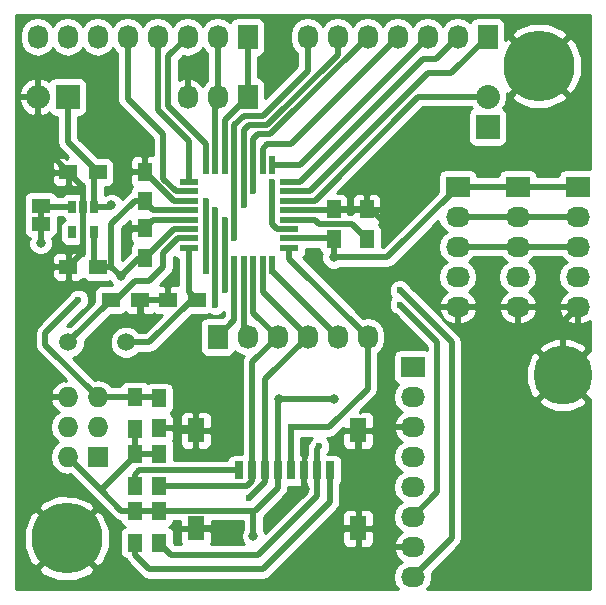
<source format=gtl>
G04 #@! TF.FileFunction,Copper,L1,Top,Signal*
%FSLAX46Y46*%
G04 Gerber Fmt 4.6, Leading zero omitted, Abs format (unit mm)*
G04 Created by KiCad (PCBNEW 4.0.0-rc1-stable) date Sa 26 Sep 2015 08:23:03 CEST*
%MOMM*%
G01*
G04 APERTURE LIST*
%ADD10C,0.100000*%
%ADD11R,2.032000X1.727200*%
%ADD12O,2.032000X1.727200*%
%ADD13C,5.000000*%
%ADD14R,1.500000X1.250000*%
%ADD15R,1.250000X1.500000*%
%ADD16R,1.600000X0.550000*%
%ADD17R,0.550000X1.600000*%
%ADD18R,1.600200X1.168400*%
%ADD19R,2.032000X2.032000*%
%ADD20O,2.032000X2.032000*%
%ADD21R,1.727200X1.727200*%
%ADD22O,1.727200X1.727200*%
%ADD23R,1.727200X2.032000*%
%ADD24O,1.727200X2.032000*%
%ADD25R,1.450000X2.000000*%
%ADD26R,0.800000X1.500000*%
%ADD27R,1.300000X1.500000*%
%ADD28R,0.650000X1.060000*%
%ADD29C,1.501140*%
%ADD30C,6.000000*%
%ADD31C,0.800000*%
%ADD32C,0.600000*%
%ADD33C,0.500000*%
%ADD34C,0.254000*%
G04 APERTURE END LIST*
D10*
D11*
X134290000Y-80480000D03*
D12*
X134290000Y-83020000D03*
X134290000Y-85560000D03*
X134290000Y-88100000D03*
X134290000Y-90640000D03*
X134290000Y-93180000D03*
X134290000Y-95720000D03*
X134290000Y-98260000D03*
D13*
X146990000Y-81160000D03*
D14*
X107650000Y-64000000D03*
X105150000Y-64000000D03*
X107650000Y-72000000D03*
X105150000Y-72000000D03*
D15*
X111600000Y-66450000D03*
X111600000Y-63950000D03*
X111600000Y-71250000D03*
X111600000Y-68750000D03*
X127600000Y-69650000D03*
X127600000Y-67150000D03*
X130400000Y-69650000D03*
X130400000Y-67150000D03*
D14*
X108750000Y-74800000D03*
X111250000Y-74800000D03*
X116050000Y-74800000D03*
X113550000Y-74800000D03*
D15*
X112800000Y-83150000D03*
X112800000Y-85650000D03*
D16*
X115350000Y-64800000D03*
X115350000Y-65600000D03*
X115350000Y-66400000D03*
X115350000Y-67200000D03*
X115350000Y-68000000D03*
X115350000Y-68800000D03*
X115350000Y-69600000D03*
X115350000Y-70400000D03*
D17*
X116800000Y-71850000D03*
X117600000Y-71850000D03*
X118400000Y-71850000D03*
X119200000Y-71850000D03*
X120000000Y-71850000D03*
X120800000Y-71850000D03*
X121600000Y-71850000D03*
X122400000Y-71850000D03*
D16*
X123850000Y-70400000D03*
X123850000Y-69600000D03*
X123850000Y-68800000D03*
X123850000Y-68000000D03*
X123850000Y-67200000D03*
X123850000Y-66400000D03*
X123850000Y-65600000D03*
X123850000Y-64800000D03*
D17*
X122400000Y-63350000D03*
X121600000Y-63350000D03*
X120800000Y-63350000D03*
X120000000Y-63350000D03*
X119200000Y-63350000D03*
X118400000Y-63350000D03*
X117600000Y-63350000D03*
X116800000Y-63350000D03*
D18*
X102800000Y-68362000D03*
X102800000Y-66838000D03*
D19*
X105080000Y-57620000D03*
D20*
X102540000Y-57620000D03*
D21*
X107620000Y-88100000D03*
D22*
X105080000Y-88100000D03*
X107620000Y-85560000D03*
X105080000Y-85560000D03*
X107620000Y-83020000D03*
X105080000Y-83020000D03*
D23*
X120320000Y-57620000D03*
D24*
X117780000Y-57620000D03*
X115240000Y-57620000D03*
D23*
X140640000Y-52540000D03*
D24*
X138100000Y-52540000D03*
X135560000Y-52540000D03*
X133020000Y-52540000D03*
X130480000Y-52540000D03*
X127940000Y-52540000D03*
X125400000Y-52540000D03*
D23*
X120320000Y-52540000D03*
D24*
X117780000Y-52540000D03*
X115240000Y-52540000D03*
X112700000Y-52540000D03*
X110160000Y-52540000D03*
X107620000Y-52540000D03*
X105080000Y-52540000D03*
X102540000Y-52540000D03*
D19*
X140640000Y-60160000D03*
D20*
X140640000Y-57620000D03*
D11*
X138100000Y-65240000D03*
D12*
X138100000Y-67780000D03*
X138100000Y-70320000D03*
X138100000Y-72860000D03*
X138100000Y-75400000D03*
D11*
X143180000Y-65240000D03*
D12*
X143180000Y-67780000D03*
X143180000Y-70320000D03*
X143180000Y-72860000D03*
X143180000Y-75400000D03*
D11*
X148260000Y-65240000D03*
D12*
X148260000Y-67780000D03*
X148260000Y-70320000D03*
X148260000Y-72860000D03*
X148260000Y-75400000D03*
D25*
X129675000Y-94150000D03*
X129675000Y-85850000D03*
X115925000Y-85850000D03*
X115925000Y-94150000D03*
D26*
X119600000Y-89250000D03*
X120700000Y-89250000D03*
X121800000Y-89250000D03*
X122900000Y-89250000D03*
X124000000Y-89250000D03*
X125100000Y-89250000D03*
X126200000Y-89250000D03*
X127300000Y-89250000D03*
D27*
X110800000Y-85750000D03*
X110800000Y-83050000D03*
X112800000Y-92650000D03*
X112800000Y-95350000D03*
X112800000Y-87850000D03*
X112800000Y-90550000D03*
X110800000Y-87850000D03*
X110800000Y-90550000D03*
X110800000Y-92650000D03*
X110800000Y-95350000D03*
D28*
X107350000Y-66900000D03*
X106400000Y-66900000D03*
X105450000Y-66900000D03*
X105450000Y-69100000D03*
X107350000Y-69100000D03*
D29*
X105159060Y-78400000D03*
X110040940Y-78400000D03*
D23*
X117780000Y-77940000D03*
D24*
X120320000Y-77940000D03*
X122860000Y-77940000D03*
X125400000Y-77940000D03*
X127940000Y-77940000D03*
X130480000Y-77940000D03*
D30*
X145000000Y-55000000D03*
X105000000Y-95000000D03*
D31*
X102800000Y-70000000D03*
X108800000Y-66800000D03*
X129600000Y-88000000D03*
X127600000Y-94000000D03*
X118000000Y-94000000D03*
X116000000Y-83600000D03*
X132400000Y-68800000D03*
X103200000Y-72000000D03*
X125200000Y-90800000D03*
X111200000Y-76400000D03*
X110000000Y-64000000D03*
X110000000Y-68800000D03*
X120800000Y-94800000D03*
X123000000Y-83200000D03*
X127600000Y-83200000D03*
X127600000Y-71200000D03*
X109600000Y-72800000D03*
D32*
X106000000Y-74800000D03*
X119200000Y-69600000D03*
X116800000Y-66400000D03*
X117600000Y-67200000D03*
X133200000Y-75200000D03*
X117600000Y-75200000D03*
X118400000Y-68000000D03*
X133200000Y-74000000D03*
X118400000Y-74000000D03*
X122400000Y-64800000D03*
X124000000Y-85600000D03*
X120400000Y-91600000D03*
X120000000Y-66800000D03*
X126400000Y-87200000D03*
X120800000Y-65600000D03*
D33*
X105080000Y-57620000D02*
X105080000Y-61430000D01*
X105080000Y-61430000D02*
X107650000Y-64000000D01*
X102800000Y-68362000D02*
X102800000Y-66838000D01*
X107350000Y-66900000D02*
X108700000Y-66900000D01*
X102800000Y-70000000D02*
X102800000Y-68362000D01*
X108700000Y-66900000D02*
X108800000Y-66800000D01*
X105450000Y-66900000D02*
X102862000Y-66900000D01*
X102862000Y-66900000D02*
X102800000Y-66838000D01*
X107350000Y-66900000D02*
X107350000Y-64300000D01*
X107350000Y-64300000D02*
X107650000Y-64000000D01*
X102540000Y-57620000D02*
X102540000Y-61390000D01*
X102540000Y-61390000D02*
X105150000Y-64000000D01*
X146990000Y-81160000D02*
X146990000Y-76670000D01*
X146990000Y-76670000D02*
X148260000Y-75400000D01*
X112800000Y-85650000D02*
X115725000Y-85650000D01*
X115725000Y-85650000D02*
X115925000Y-85850000D01*
X129675000Y-85850000D02*
X129675000Y-87925000D01*
X129675000Y-87925000D02*
X129600000Y-88000000D01*
X129675000Y-94150000D02*
X127750000Y-94150000D01*
X127750000Y-94150000D02*
X127600000Y-94000000D01*
X115925000Y-94150000D02*
X117850000Y-94150000D01*
X117850000Y-94150000D02*
X118000000Y-94000000D01*
X115925000Y-85850000D02*
X115925000Y-83675000D01*
X115925000Y-83675000D02*
X116000000Y-83600000D01*
X148260000Y-75400000D02*
X146800000Y-75400000D01*
X146800000Y-75400000D02*
X143180000Y-75400000D01*
X143180000Y-75400000D02*
X138100000Y-75400000D01*
X132400000Y-68800000D02*
X130750000Y-67150000D01*
X130750000Y-67150000D02*
X130400000Y-67150000D01*
X105150000Y-72000000D02*
X103200000Y-72000000D01*
X106400000Y-66900000D02*
X106400000Y-70750000D01*
X106400000Y-70750000D02*
X105150000Y-72000000D01*
X106400000Y-66900000D02*
X106400000Y-65250000D01*
X106400000Y-65250000D02*
X105150000Y-64000000D01*
X125100000Y-90700000D02*
X125100000Y-89250000D01*
X125200000Y-90800000D02*
X125100000Y-90700000D01*
X113550000Y-74800000D02*
X111250000Y-74800000D01*
X111250000Y-74800000D02*
X111200000Y-74850000D01*
X111200000Y-74850000D02*
X111200000Y-76400000D01*
X111600000Y-63950000D02*
X110050000Y-63950000D01*
X110050000Y-63950000D02*
X110000000Y-64000000D01*
X111600000Y-68750000D02*
X110050000Y-68750000D01*
X110050000Y-68750000D02*
X110000000Y-68800000D01*
X115350000Y-68000000D02*
X112350000Y-68000000D01*
X112350000Y-68000000D02*
X111600000Y-68750000D01*
X115350000Y-66400000D02*
X114050000Y-66400000D01*
X114050000Y-66400000D02*
X111600000Y-63950000D01*
X127600000Y-67150000D02*
X130400000Y-67150000D01*
X127550000Y-67200000D02*
X127600000Y-67150000D01*
X123850000Y-67200000D02*
X127550000Y-67200000D01*
X120800000Y-92650000D02*
X120800000Y-94800000D01*
X120950000Y-92650000D02*
X120800000Y-92650000D01*
X122900000Y-90700000D02*
X120950000Y-92650000D01*
X110800000Y-92650000D02*
X112800000Y-92650000D01*
X112800000Y-92650000D02*
X120800000Y-92650000D01*
X148260000Y-65240000D02*
X143180000Y-65240000D01*
X143180000Y-65240000D02*
X138100000Y-65240000D01*
X138100000Y-65240000D02*
X132140000Y-71200000D01*
X132140000Y-71200000D02*
X127600000Y-71200000D01*
X122900000Y-83300000D02*
X123000000Y-83200000D01*
X122900000Y-89250000D02*
X122900000Y-83300000D01*
X123000000Y-83200000D02*
X127600000Y-83200000D01*
X111600000Y-66450000D02*
X110750000Y-66450000D01*
X108800000Y-68400000D02*
X108800000Y-72000000D01*
X110750000Y-66450000D02*
X108800000Y-68400000D01*
X109600000Y-72800000D02*
X108800000Y-72000000D01*
X108800000Y-72000000D02*
X107650000Y-72000000D01*
X107350000Y-69100000D02*
X107350000Y-71700000D01*
X107350000Y-71700000D02*
X107650000Y-72000000D01*
X110800000Y-87850000D02*
X110800000Y-88000000D01*
X110800000Y-88000000D02*
X107890000Y-90910000D01*
X107890000Y-90910000D02*
X105080000Y-88100000D01*
X109630000Y-92650000D02*
X107890000Y-90910000D01*
X110800000Y-92650000D02*
X109630000Y-92650000D01*
X122900000Y-89250000D02*
X122900000Y-90700000D01*
X110800000Y-87850000D02*
X110550000Y-87850000D01*
X112800000Y-87850000D02*
X110800000Y-87850000D01*
X110800000Y-87850000D02*
X110800000Y-85750000D01*
X111600000Y-71250000D02*
X111150000Y-71250000D01*
X111150000Y-71250000D02*
X109600000Y-72800000D01*
X115350000Y-68800000D02*
X114050000Y-68800000D01*
X114050000Y-68800000D02*
X111600000Y-71250000D01*
X115350000Y-67200000D02*
X112350000Y-67200000D01*
X112350000Y-67200000D02*
X111600000Y-66450000D01*
X105080000Y-88100000D02*
X105080000Y-87880000D01*
X127600000Y-69650000D02*
X127600000Y-71200000D01*
X127550000Y-69600000D02*
X127600000Y-69650000D01*
X123850000Y-69600000D02*
X127550000Y-69600000D01*
X129150000Y-68400000D02*
X130400000Y-69650000D01*
X126400000Y-68400000D02*
X129150000Y-68400000D01*
X126000000Y-68000000D02*
X126400000Y-68400000D01*
X123850000Y-68000000D02*
X126000000Y-68000000D01*
X103200000Y-77600000D02*
X106000000Y-74800000D01*
X103200000Y-77600000D02*
X103200000Y-78600000D01*
X107620000Y-83020000D02*
X110770000Y-83020000D01*
X110770000Y-83020000D02*
X110800000Y-83050000D01*
X119200000Y-63350000D02*
X119200000Y-69600000D01*
X103200000Y-78600000D02*
X107620000Y-83020000D01*
X110800000Y-83050000D02*
X112700000Y-83050000D01*
X112700000Y-83050000D02*
X112800000Y-83150000D01*
X110770000Y-83020000D02*
X110800000Y-83050000D01*
X119200000Y-63350000D02*
X119200000Y-60000000D01*
X125400000Y-55400000D02*
X125400000Y-52540000D01*
X121600000Y-59200000D02*
X125400000Y-55400000D01*
X120000000Y-59200000D02*
X121600000Y-59200000D01*
X119200000Y-60000000D02*
X120000000Y-59200000D01*
X115350000Y-64800000D02*
X115350000Y-61350000D01*
X112700000Y-58700000D02*
X112700000Y-52540000D01*
X115350000Y-61350000D02*
X112700000Y-58700000D01*
X115350000Y-65600000D02*
X114244478Y-65600000D01*
X110160000Y-57760000D02*
X110160000Y-52540000D01*
X113200000Y-60800000D02*
X110160000Y-57760000D01*
X113200000Y-64555522D02*
X113200000Y-60800000D01*
X114244478Y-65600000D02*
X113200000Y-64555522D01*
X116800000Y-71850000D02*
X116800000Y-66400000D01*
X136400000Y-90000000D02*
X136400000Y-91070000D01*
X136400000Y-91070000D02*
X134290000Y-93180000D01*
X117600000Y-71850000D02*
X117600000Y-67200000D01*
X136400000Y-90000000D02*
X136400000Y-78400000D01*
X136400000Y-78400000D02*
X133200000Y-75200000D01*
X117600000Y-75200000D02*
X117600000Y-71850000D01*
X137600000Y-93600000D02*
X137600000Y-94950000D01*
X137600000Y-94950000D02*
X134290000Y-98260000D01*
X118400000Y-71850000D02*
X118400000Y-68000000D01*
X133200000Y-74000000D02*
X137600000Y-78400000D01*
X137600000Y-78400000D02*
X137600000Y-93600000D01*
X118400000Y-71850000D02*
X118400000Y-74000000D01*
X119200000Y-71850000D02*
X119200000Y-76520000D01*
X119200000Y-76520000D02*
X117780000Y-77940000D01*
X120000000Y-71850000D02*
X120000000Y-77620000D01*
X120000000Y-77620000D02*
X120320000Y-77940000D01*
X123850000Y-68800000D02*
X122800000Y-68800000D01*
X122400000Y-68400000D02*
X122400000Y-64800000D01*
X122800000Y-68800000D02*
X122400000Y-68400000D01*
X123850000Y-66400000D02*
X126000000Y-66400000D01*
X134780000Y-57620000D02*
X140640000Y-57620000D01*
X126000000Y-66400000D02*
X134780000Y-57620000D01*
X123850000Y-65600000D02*
X125600000Y-65600000D01*
X137580000Y-55600000D02*
X140640000Y-52540000D01*
X135600000Y-55600000D02*
X137580000Y-55600000D01*
X125600000Y-65600000D02*
X135600000Y-55600000D01*
X123850000Y-64800000D02*
X124800000Y-64800000D01*
X136240000Y-54400000D02*
X138100000Y-52540000D01*
X135200000Y-54400000D02*
X136240000Y-54400000D01*
X124800000Y-64800000D02*
X135200000Y-54400000D01*
X123850000Y-64800000D02*
X124400000Y-64800000D01*
X123850000Y-64800000D02*
X124000000Y-64800000D01*
X122400000Y-63350000D02*
X124750000Y-63350000D01*
X124750000Y-63350000D02*
X135560000Y-52540000D01*
X121600000Y-63350000D02*
X121600000Y-62000000D01*
X123960000Y-61600000D02*
X133020000Y-52540000D01*
X122000000Y-61600000D02*
X123960000Y-61600000D01*
X121600000Y-62000000D02*
X122000000Y-61600000D01*
X116800000Y-63350000D02*
X116800000Y-61600000D01*
X113600000Y-54180000D02*
X115240000Y-52540000D01*
X113600000Y-58400000D02*
X113600000Y-54180000D01*
X116800000Y-61600000D02*
X113600000Y-58400000D01*
X119600000Y-89250000D02*
X111150000Y-89250000D01*
X110800000Y-89600000D02*
X110800000Y-90550000D01*
X111150000Y-89250000D02*
X110800000Y-89600000D01*
X127300000Y-89250000D02*
X127300000Y-91900000D01*
X110800000Y-96400000D02*
X110800000Y-95350000D01*
X112000000Y-97600000D02*
X110800000Y-96400000D01*
X121600000Y-97600000D02*
X112000000Y-97600000D01*
X127300000Y-91900000D02*
X121600000Y-97600000D01*
X124000000Y-85600000D02*
X127200000Y-85600000D01*
X130480000Y-82320000D02*
X130480000Y-77940000D01*
X127200000Y-85600000D02*
X130480000Y-82320000D01*
X124000000Y-89250000D02*
X124000000Y-85600000D01*
X123850000Y-70400000D02*
X123850000Y-71310000D01*
X123850000Y-71310000D02*
X130480000Y-77940000D01*
X116050000Y-74800000D02*
X115600000Y-74800000D01*
X115600000Y-74800000D02*
X112000000Y-78400000D01*
X112000000Y-78400000D02*
X110040940Y-78400000D01*
X115350000Y-70400000D02*
X115350000Y-74100000D01*
X115350000Y-74100000D02*
X116050000Y-74800000D01*
X121800000Y-89250000D02*
X121800000Y-90200000D01*
X121800000Y-90200000D02*
X120400000Y-91600000D01*
X121800000Y-89250000D02*
X121800000Y-81540000D01*
X121800000Y-81540000D02*
X125400000Y-77940000D01*
X121600000Y-71850000D02*
X121600000Y-74140000D01*
X121600000Y-74140000D02*
X125400000Y-77940000D01*
X120320000Y-57620000D02*
X120320000Y-52540000D01*
X118400000Y-63350000D02*
X118400000Y-59540000D01*
X118400000Y-59540000D02*
X120320000Y-57620000D01*
X108750000Y-74800000D02*
X108750000Y-74809060D01*
X108750000Y-74809060D02*
X105159060Y-78400000D01*
X115350000Y-69600000D02*
X114400000Y-69600000D01*
X110800000Y-73200000D02*
X109200000Y-74800000D01*
X112000000Y-73200000D02*
X110800000Y-73200000D01*
X113200000Y-72000000D02*
X112000000Y-73200000D01*
X113200000Y-70800000D02*
X113200000Y-72000000D01*
X114400000Y-69600000D02*
X113200000Y-70800000D01*
X109200000Y-74800000D02*
X108750000Y-74800000D01*
X120700000Y-89250000D02*
X120700000Y-90100000D01*
X120250000Y-90550000D02*
X112800000Y-90550000D01*
X120700000Y-90100000D02*
X120250000Y-90550000D01*
X120700000Y-89250000D02*
X120700000Y-80100000D01*
X120700000Y-80100000D02*
X122860000Y-77940000D01*
X120800000Y-71850000D02*
X120800000Y-75880000D01*
X120800000Y-75880000D02*
X122860000Y-77940000D01*
X117780000Y-57620000D02*
X117780000Y-52540000D01*
X117600000Y-63350000D02*
X117600000Y-57800000D01*
X117600000Y-57800000D02*
X117780000Y-57620000D01*
X148260000Y-70320000D02*
X143180000Y-70320000D01*
X143180000Y-70320000D02*
X138100000Y-70320000D01*
X120000000Y-66800000D02*
X120000000Y-63350000D01*
X120000000Y-63350000D02*
X120000000Y-60400000D01*
X127940000Y-54060000D02*
X127940000Y-52540000D01*
X122000000Y-60000000D02*
X127940000Y-54060000D01*
X120400000Y-60000000D02*
X122000000Y-60000000D01*
X120000000Y-60400000D02*
X120400000Y-60000000D01*
X126200000Y-89250000D02*
X126200000Y-87400000D01*
X126200000Y-87400000D02*
X126400000Y-87200000D01*
X126200000Y-89250000D02*
X126200000Y-91400000D01*
X113850000Y-96400000D02*
X112800000Y-95350000D01*
X121200000Y-96400000D02*
X113850000Y-96400000D01*
X126200000Y-91400000D02*
X121200000Y-96400000D01*
X122400000Y-71850000D02*
X122400000Y-72400000D01*
X122400000Y-72400000D02*
X127940000Y-77940000D01*
X148260000Y-67780000D02*
X143180000Y-67780000D01*
X143180000Y-67780000D02*
X138100000Y-67780000D01*
X120800000Y-65600000D02*
X120800000Y-63350000D01*
X120800000Y-63350000D02*
X120800000Y-61200000D01*
X122220000Y-60800000D02*
X130480000Y-52540000D01*
X121200000Y-60800000D02*
X122220000Y-60800000D01*
X120800000Y-61200000D02*
X121200000Y-60800000D01*
D34*
G36*
X149290000Y-63731795D02*
X149276000Y-63728960D01*
X147244000Y-63728960D01*
X147008683Y-63773238D01*
X146792559Y-63912310D01*
X146647569Y-64124510D01*
X146600894Y-64355000D01*
X144839413Y-64355000D01*
X144799162Y-64141083D01*
X144660090Y-63924959D01*
X144447890Y-63779969D01*
X144196000Y-63728960D01*
X142164000Y-63728960D01*
X141928683Y-63773238D01*
X141712559Y-63912310D01*
X141567569Y-64124510D01*
X141520894Y-64355000D01*
X139759413Y-64355000D01*
X139719162Y-64141083D01*
X139580090Y-63924959D01*
X139367890Y-63779969D01*
X139116000Y-63728960D01*
X137084000Y-63728960D01*
X136848683Y-63773238D01*
X136632559Y-63912310D01*
X136487569Y-64124510D01*
X136436560Y-64376400D01*
X136436560Y-65651861D01*
X131773420Y-70315000D01*
X131672440Y-70315000D01*
X131672440Y-68900000D01*
X131628162Y-68664683D01*
X131489090Y-68448559D01*
X131420994Y-68402031D01*
X131563327Y-68259698D01*
X131660000Y-68026309D01*
X131660000Y-67435750D01*
X131501250Y-67277000D01*
X130527000Y-67277000D01*
X130527000Y-67297000D01*
X130273000Y-67297000D01*
X130273000Y-67277000D01*
X129298750Y-67277000D01*
X129140000Y-67435750D01*
X129140000Y-67515000D01*
X128860000Y-67515000D01*
X128860000Y-67435750D01*
X128701250Y-67277000D01*
X127727000Y-67277000D01*
X127727000Y-67297000D01*
X127473000Y-67297000D01*
X127473000Y-67277000D01*
X127453000Y-67277000D01*
X127453000Y-67023000D01*
X127473000Y-67023000D01*
X127473000Y-67003000D01*
X127727000Y-67003000D01*
X127727000Y-67023000D01*
X128701250Y-67023000D01*
X128860000Y-66864250D01*
X128860000Y-66273691D01*
X129140000Y-66273691D01*
X129140000Y-66864250D01*
X129298750Y-67023000D01*
X130273000Y-67023000D01*
X130273000Y-65923750D01*
X130527000Y-65923750D01*
X130527000Y-67023000D01*
X131501250Y-67023000D01*
X131660000Y-66864250D01*
X131660000Y-66273691D01*
X131563327Y-66040302D01*
X131384699Y-65861673D01*
X131151310Y-65765000D01*
X130685750Y-65765000D01*
X130527000Y-65923750D01*
X130273000Y-65923750D01*
X130114250Y-65765000D01*
X129648690Y-65765000D01*
X129415301Y-65861673D01*
X129236673Y-66040302D01*
X129140000Y-66273691D01*
X128860000Y-66273691D01*
X128763327Y-66040302D01*
X128584699Y-65861673D01*
X128351310Y-65765000D01*
X127886580Y-65765000D01*
X135146579Y-58505000D01*
X139251506Y-58505000D01*
X139309499Y-58591792D01*
X139172559Y-58679910D01*
X139027569Y-58892110D01*
X138976560Y-59144000D01*
X138976560Y-61176000D01*
X139020838Y-61411317D01*
X139159910Y-61627441D01*
X139372110Y-61772431D01*
X139624000Y-61823440D01*
X141656000Y-61823440D01*
X141891317Y-61779162D01*
X142107441Y-61640090D01*
X142252431Y-61427890D01*
X142303440Y-61176000D01*
X142303440Y-59144000D01*
X142259162Y-58908683D01*
X142120090Y-58692559D01*
X141971163Y-58590802D01*
X142197670Y-58251810D01*
X142323345Y-57620000D01*
X142318697Y-57596630D01*
X142582975Y-57596630D01*
X142925566Y-58071277D01*
X144258800Y-58631342D01*
X145704875Y-58638568D01*
X147043639Y-58091854D01*
X147074434Y-58071277D01*
X147417025Y-57596630D01*
X145000000Y-55179605D01*
X142582975Y-57596630D01*
X142318697Y-57596630D01*
X142262787Y-57315555D01*
X142403370Y-57417025D01*
X144820395Y-55000000D01*
X145179605Y-55000000D01*
X147596630Y-57417025D01*
X148071277Y-57074434D01*
X148631342Y-55741200D01*
X148638568Y-54295125D01*
X148091854Y-52956361D01*
X148071277Y-52925566D01*
X147596630Y-52582975D01*
X145179605Y-55000000D01*
X144820395Y-55000000D01*
X142403370Y-52582975D01*
X142151040Y-52765102D01*
X142151040Y-52403370D01*
X142582975Y-52403370D01*
X145000000Y-54820395D01*
X147417025Y-52403370D01*
X147074434Y-51928723D01*
X145741200Y-51368658D01*
X144295125Y-51361432D01*
X142956361Y-51908146D01*
X142925566Y-51928723D01*
X142582975Y-52403370D01*
X142151040Y-52403370D01*
X142151040Y-51524000D01*
X142106762Y-51288683D01*
X141967690Y-51072559D01*
X141755490Y-50927569D01*
X141503600Y-50876560D01*
X139776400Y-50876560D01*
X139541083Y-50920838D01*
X139324959Y-51059910D01*
X139179969Y-51272110D01*
X139171600Y-51313439D01*
X139159670Y-51295585D01*
X138673489Y-50970729D01*
X138100000Y-50856655D01*
X137526511Y-50970729D01*
X137040330Y-51295585D01*
X136830000Y-51610366D01*
X136619670Y-51295585D01*
X136133489Y-50970729D01*
X135560000Y-50856655D01*
X134986511Y-50970729D01*
X134500330Y-51295585D01*
X134290000Y-51610366D01*
X134079670Y-51295585D01*
X133593489Y-50970729D01*
X133020000Y-50856655D01*
X132446511Y-50970729D01*
X131960330Y-51295585D01*
X131750000Y-51610366D01*
X131539670Y-51295585D01*
X131053489Y-50970729D01*
X130480000Y-50856655D01*
X129906511Y-50970729D01*
X129420330Y-51295585D01*
X129210000Y-51610366D01*
X128999670Y-51295585D01*
X128513489Y-50970729D01*
X127940000Y-50856655D01*
X127366511Y-50970729D01*
X126880330Y-51295585D01*
X126670000Y-51610366D01*
X126459670Y-51295585D01*
X125973489Y-50970729D01*
X125400000Y-50856655D01*
X124826511Y-50970729D01*
X124340330Y-51295585D01*
X124015474Y-51781766D01*
X123901400Y-52355255D01*
X123901400Y-52724745D01*
X124015474Y-53298234D01*
X124340330Y-53784415D01*
X124515000Y-53901126D01*
X124515000Y-55033421D01*
X121831040Y-57717380D01*
X121831040Y-56604000D01*
X121786762Y-56368683D01*
X121647690Y-56152559D01*
X121435490Y-56007569D01*
X121205000Y-55960894D01*
X121205000Y-54199413D01*
X121418917Y-54159162D01*
X121635041Y-54020090D01*
X121780031Y-53807890D01*
X121831040Y-53556000D01*
X121831040Y-51524000D01*
X121786762Y-51288683D01*
X121647690Y-51072559D01*
X121435490Y-50927569D01*
X121183600Y-50876560D01*
X119456400Y-50876560D01*
X119221083Y-50920838D01*
X119004959Y-51059910D01*
X118859969Y-51272110D01*
X118851600Y-51313439D01*
X118839670Y-51295585D01*
X118353489Y-50970729D01*
X117780000Y-50856655D01*
X117206511Y-50970729D01*
X116720330Y-51295585D01*
X116510000Y-51610366D01*
X116299670Y-51295585D01*
X115813489Y-50970729D01*
X115240000Y-50856655D01*
X114666511Y-50970729D01*
X114180330Y-51295585D01*
X113970000Y-51610366D01*
X113759670Y-51295585D01*
X113273489Y-50970729D01*
X112700000Y-50856655D01*
X112126511Y-50970729D01*
X111640330Y-51295585D01*
X111430000Y-51610366D01*
X111219670Y-51295585D01*
X110733489Y-50970729D01*
X110160000Y-50856655D01*
X109586511Y-50970729D01*
X109100330Y-51295585D01*
X108890000Y-51610366D01*
X108679670Y-51295585D01*
X108193489Y-50970729D01*
X107620000Y-50856655D01*
X107046511Y-50970729D01*
X106560330Y-51295585D01*
X106350000Y-51610366D01*
X106139670Y-51295585D01*
X105653489Y-50970729D01*
X105080000Y-50856655D01*
X104506511Y-50970729D01*
X104020330Y-51295585D01*
X103810000Y-51610366D01*
X103599670Y-51295585D01*
X103113489Y-50970729D01*
X102540000Y-50856655D01*
X101966511Y-50970729D01*
X101480330Y-51295585D01*
X101155474Y-51781766D01*
X101041400Y-52355255D01*
X101041400Y-52724745D01*
X101155474Y-53298234D01*
X101480330Y-53784415D01*
X101966511Y-54109271D01*
X102540000Y-54223345D01*
X103113489Y-54109271D01*
X103599670Y-53784415D01*
X103810000Y-53469634D01*
X104020330Y-53784415D01*
X104506511Y-54109271D01*
X105080000Y-54223345D01*
X105653489Y-54109271D01*
X106139670Y-53784415D01*
X106350000Y-53469634D01*
X106560330Y-53784415D01*
X107046511Y-54109271D01*
X107620000Y-54223345D01*
X108193489Y-54109271D01*
X108679670Y-53784415D01*
X108890000Y-53469634D01*
X109100330Y-53784415D01*
X109275000Y-53901126D01*
X109275000Y-57759995D01*
X109274999Y-57760000D01*
X109299340Y-57882367D01*
X109342367Y-58098675D01*
X109440666Y-58245790D01*
X109534210Y-58385790D01*
X112315000Y-61166579D01*
X112315000Y-62565000D01*
X111885750Y-62565000D01*
X111727000Y-62723750D01*
X111727000Y-63823000D01*
X111747000Y-63823000D01*
X111747000Y-64077000D01*
X111727000Y-64077000D01*
X111727000Y-64097000D01*
X111473000Y-64097000D01*
X111473000Y-64077000D01*
X110498750Y-64077000D01*
X110340000Y-64235750D01*
X110340000Y-64826309D01*
X110436673Y-65059698D01*
X110577910Y-65200936D01*
X110523559Y-65235910D01*
X110378569Y-65448110D01*
X110330291Y-65686512D01*
X110124210Y-65824210D01*
X110124208Y-65824213D01*
X109694314Y-66254107D01*
X109677942Y-66214485D01*
X109387046Y-65923081D01*
X109006777Y-65765180D01*
X108595029Y-65764821D01*
X108235000Y-65913581D01*
X108235000Y-65272440D01*
X108400000Y-65272440D01*
X108635317Y-65228162D01*
X108851441Y-65089090D01*
X108996431Y-64876890D01*
X109047440Y-64625000D01*
X109047440Y-63375000D01*
X109003162Y-63139683D01*
X108960698Y-63073691D01*
X110340000Y-63073691D01*
X110340000Y-63664250D01*
X110498750Y-63823000D01*
X111473000Y-63823000D01*
X111473000Y-62723750D01*
X111314250Y-62565000D01*
X110848690Y-62565000D01*
X110615301Y-62661673D01*
X110436673Y-62840302D01*
X110340000Y-63073691D01*
X108960698Y-63073691D01*
X108864090Y-62923559D01*
X108651890Y-62778569D01*
X108400000Y-62727560D01*
X107629139Y-62727560D01*
X105965000Y-61063420D01*
X105965000Y-59283440D01*
X106096000Y-59283440D01*
X106331317Y-59239162D01*
X106547441Y-59100090D01*
X106692431Y-58887890D01*
X106743440Y-58636000D01*
X106743440Y-56604000D01*
X106699162Y-56368683D01*
X106560090Y-56152559D01*
X106347890Y-56007569D01*
X106096000Y-55956560D01*
X104064000Y-55956560D01*
X103828683Y-56000838D01*
X103612559Y-56139910D01*
X103501160Y-56302948D01*
X103404818Y-56213615D01*
X102922944Y-56014025D01*
X102667000Y-56133164D01*
X102667000Y-57493000D01*
X102687000Y-57493000D01*
X102687000Y-57747000D01*
X102667000Y-57747000D01*
X102667000Y-59106836D01*
X102922944Y-59225975D01*
X103404818Y-59026385D01*
X103502398Y-58935903D01*
X103599910Y-59087441D01*
X103812110Y-59232431D01*
X104064000Y-59283440D01*
X104195000Y-59283440D01*
X104195000Y-61429995D01*
X104194999Y-61430000D01*
X104241014Y-61661326D01*
X104262367Y-61768675D01*
X104454210Y-62055790D01*
X105138420Y-62740000D01*
X105022998Y-62740000D01*
X105022998Y-62898748D01*
X104864250Y-62740000D01*
X104273691Y-62740000D01*
X104040302Y-62836673D01*
X103861673Y-63015301D01*
X103765000Y-63248690D01*
X103765000Y-63714250D01*
X103923750Y-63873000D01*
X105023000Y-63873000D01*
X105023000Y-63853000D01*
X105277000Y-63853000D01*
X105277000Y-63873000D01*
X105297000Y-63873000D01*
X105297000Y-64127000D01*
X105277000Y-64127000D01*
X105277000Y-65101250D01*
X105435750Y-65260000D01*
X106026309Y-65260000D01*
X106259698Y-65163327D01*
X106400936Y-65022090D01*
X106435910Y-65076441D01*
X106465000Y-65096317D01*
X106465000Y-66064791D01*
X106428569Y-66118110D01*
X106400824Y-66255120D01*
X106378162Y-66134683D01*
X106273000Y-65971257D01*
X106273000Y-65893750D01*
X106114250Y-65735000D01*
X105948690Y-65735000D01*
X105911829Y-65750268D01*
X105775000Y-65722560D01*
X105125000Y-65722560D01*
X104889683Y-65766838D01*
X104673559Y-65905910D01*
X104599021Y-66015000D01*
X104201021Y-66015000D01*
X104064190Y-65802359D01*
X103851990Y-65657369D01*
X103600100Y-65606360D01*
X101999900Y-65606360D01*
X101764583Y-65650638D01*
X101548459Y-65789710D01*
X101403469Y-66001910D01*
X101352460Y-66253800D01*
X101352460Y-67422200D01*
X101387144Y-67606527D01*
X101352460Y-67777800D01*
X101352460Y-68946200D01*
X101396738Y-69181517D01*
X101535810Y-69397641D01*
X101748010Y-69542631D01*
X101859832Y-69565275D01*
X101765180Y-69793223D01*
X101764821Y-70204971D01*
X101922058Y-70585515D01*
X102212954Y-70876919D01*
X102593223Y-71034820D01*
X103004971Y-71035179D01*
X103385515Y-70877942D01*
X103676919Y-70587046D01*
X103834820Y-70206777D01*
X103835179Y-69795029D01*
X103741012Y-69567126D01*
X103835417Y-69549362D01*
X104051541Y-69410290D01*
X104196531Y-69198090D01*
X104247540Y-68946200D01*
X104247540Y-67785000D01*
X104598852Y-67785000D01*
X104660910Y-67881441D01*
X104836232Y-68001233D01*
X104673559Y-68105910D01*
X104528569Y-68318110D01*
X104477560Y-68570000D01*
X104477560Y-69630000D01*
X104521838Y-69865317D01*
X104660910Y-70081441D01*
X104873110Y-70226431D01*
X105125000Y-70277440D01*
X105775000Y-70277440D01*
X106010317Y-70233162D01*
X106226441Y-70094090D01*
X106371431Y-69881890D01*
X106399176Y-69744880D01*
X106421838Y-69865317D01*
X106465000Y-69932393D01*
X106465000Y-70900331D01*
X106448559Y-70910910D01*
X106402031Y-70979006D01*
X106259698Y-70836673D01*
X106026309Y-70740000D01*
X105435750Y-70740000D01*
X105277000Y-70898750D01*
X105277000Y-71873000D01*
X105297000Y-71873000D01*
X105297000Y-72127000D01*
X105277000Y-72127000D01*
X105277000Y-73101250D01*
X105435750Y-73260000D01*
X106026309Y-73260000D01*
X106259698Y-73163327D01*
X106400936Y-73022090D01*
X106435910Y-73076441D01*
X106648110Y-73221431D01*
X106900000Y-73272440D01*
X108400000Y-73272440D01*
X108635317Y-73228162D01*
X108652478Y-73217119D01*
X108722058Y-73385515D01*
X108863855Y-73527560D01*
X108000000Y-73527560D01*
X107764683Y-73571838D01*
X107548559Y-73710910D01*
X107403569Y-73923110D01*
X107352560Y-74175000D01*
X107352560Y-74954921D01*
X105292934Y-77014546D01*
X105037256Y-77014323D01*
X106408834Y-75642745D01*
X106528943Y-75593117D01*
X106792192Y-75330327D01*
X106934838Y-74986799D01*
X106935162Y-74614833D01*
X106793117Y-74271057D01*
X106530327Y-74007808D01*
X106186799Y-73865162D01*
X105814833Y-73864838D01*
X105471057Y-74006883D01*
X105207808Y-74269673D01*
X105157434Y-74390987D01*
X102574210Y-76974210D01*
X102382367Y-77261325D01*
X102382367Y-77261326D01*
X102314999Y-77600000D01*
X102315000Y-77600005D01*
X102315000Y-78599995D01*
X102314999Y-78600000D01*
X102359756Y-78825001D01*
X102382367Y-78938675D01*
X102525113Y-79152310D01*
X102574210Y-79225790D01*
X104952998Y-81604577D01*
X104952998Y-81685530D01*
X104720973Y-81565032D01*
X104191510Y-81813179D01*
X103797312Y-82245053D01*
X103625042Y-82660974D01*
X103746183Y-82893000D01*
X104953000Y-82893000D01*
X104953000Y-82873000D01*
X105207000Y-82873000D01*
X105207000Y-82893000D01*
X105227000Y-82893000D01*
X105227000Y-83147000D01*
X105207000Y-83147000D01*
X105207000Y-83167000D01*
X104953000Y-83167000D01*
X104953000Y-83147000D01*
X103746183Y-83147000D01*
X103625042Y-83379026D01*
X103797312Y-83794947D01*
X104191510Y-84226821D01*
X104314228Y-84284336D01*
X103990971Y-84500330D01*
X103666115Y-84986511D01*
X103552041Y-85560000D01*
X103666115Y-86133489D01*
X103990971Y-86619670D01*
X104305752Y-86830000D01*
X103990971Y-87040330D01*
X103666115Y-87526511D01*
X103552041Y-88100000D01*
X103666115Y-88673489D01*
X103990971Y-89159670D01*
X104477152Y-89484526D01*
X105050641Y-89598600D01*
X105109359Y-89598600D01*
X105290908Y-89562488D01*
X107264208Y-91535787D01*
X107264210Y-91535790D01*
X109004208Y-93275787D01*
X109004210Y-93275790D01*
X109196054Y-93403975D01*
X109291326Y-93467634D01*
X109523995Y-93513915D01*
X109546838Y-93635317D01*
X109685910Y-93851441D01*
X109898110Y-93996431D01*
X109911197Y-93999081D01*
X109698559Y-94135910D01*
X109553569Y-94348110D01*
X109502560Y-94600000D01*
X109502560Y-96100000D01*
X109546838Y-96335317D01*
X109685910Y-96551441D01*
X109898110Y-96696431D01*
X109977148Y-96712437D01*
X109982367Y-96738675D01*
X110011561Y-96782367D01*
X110174210Y-97025790D01*
X111374208Y-98225787D01*
X111374210Y-98225790D01*
X111661325Y-98417633D01*
X112000000Y-98485001D01*
X112000005Y-98485000D01*
X121599995Y-98485000D01*
X121600000Y-98485001D01*
X121882484Y-98428810D01*
X121938675Y-98417633D01*
X122225790Y-98225790D01*
X122225791Y-98225789D01*
X126015829Y-94435750D01*
X128315000Y-94435750D01*
X128315000Y-95276310D01*
X128411673Y-95509699D01*
X128590302Y-95688327D01*
X128823691Y-95785000D01*
X129389250Y-95785000D01*
X129548000Y-95626250D01*
X129548000Y-94277000D01*
X129802000Y-94277000D01*
X129802000Y-95626250D01*
X129960750Y-95785000D01*
X130526309Y-95785000D01*
X130759698Y-95688327D01*
X130938327Y-95509699D01*
X131035000Y-95276310D01*
X131035000Y-94435750D01*
X130876250Y-94277000D01*
X129802000Y-94277000D01*
X129548000Y-94277000D01*
X128473750Y-94277000D01*
X128315000Y-94435750D01*
X126015829Y-94435750D01*
X127427889Y-93023690D01*
X128315000Y-93023690D01*
X128315000Y-93864250D01*
X128473750Y-94023000D01*
X129548000Y-94023000D01*
X129548000Y-92673750D01*
X129802000Y-92673750D01*
X129802000Y-94023000D01*
X130876250Y-94023000D01*
X131035000Y-93864250D01*
X131035000Y-93023690D01*
X130938327Y-92790301D01*
X130759698Y-92611673D01*
X130526309Y-92515000D01*
X129960750Y-92515000D01*
X129802000Y-92673750D01*
X129548000Y-92673750D01*
X129389250Y-92515000D01*
X128823691Y-92515000D01*
X128590302Y-92611673D01*
X128411673Y-92790301D01*
X128315000Y-93023690D01*
X127427889Y-93023690D01*
X127925787Y-92525792D01*
X127925790Y-92525790D01*
X128117633Y-92238675D01*
X128185000Y-91900000D01*
X128185000Y-90414975D01*
X128296431Y-90251890D01*
X128347440Y-90000000D01*
X128347440Y-88500000D01*
X128303162Y-88264683D01*
X128164090Y-88048559D01*
X127951890Y-87903569D01*
X127700000Y-87852560D01*
X127085000Y-87852560D01*
X127085000Y-87837332D01*
X127192192Y-87730327D01*
X127334838Y-87386799D01*
X127335162Y-87014833D01*
X127193117Y-86671057D01*
X127007384Y-86485000D01*
X127199995Y-86485000D01*
X127200000Y-86485001D01*
X127482484Y-86428810D01*
X127538675Y-86417633D01*
X127825790Y-86225790D01*
X127915830Y-86135750D01*
X128315000Y-86135750D01*
X128315000Y-86976310D01*
X128411673Y-87209699D01*
X128590302Y-87388327D01*
X128823691Y-87485000D01*
X129389250Y-87485000D01*
X129548000Y-87326250D01*
X129548000Y-85977000D01*
X129802000Y-85977000D01*
X129802000Y-87326250D01*
X129960750Y-87485000D01*
X130526309Y-87485000D01*
X130759698Y-87388327D01*
X130938327Y-87209699D01*
X131035000Y-86976310D01*
X131035000Y-86135750D01*
X130876250Y-85977000D01*
X129802000Y-85977000D01*
X129548000Y-85977000D01*
X128473750Y-85977000D01*
X128315000Y-86135750D01*
X127915830Y-86135750D01*
X128401165Y-85650415D01*
X128473750Y-85723000D01*
X129548000Y-85723000D01*
X129548000Y-85703000D01*
X129802000Y-85703000D01*
X129802000Y-85723000D01*
X130876250Y-85723000D01*
X131035000Y-85564250D01*
X131035000Y-84723690D01*
X130938327Y-84490301D01*
X130759698Y-84311673D01*
X130526309Y-84215000D01*
X129960750Y-84215000D01*
X129802002Y-84373748D01*
X129802002Y-84249577D01*
X131105787Y-82945792D01*
X131105790Y-82945790D01*
X131297633Y-82658675D01*
X131365000Y-82320000D01*
X131365000Y-79301126D01*
X131539670Y-79184415D01*
X131864526Y-78698234D01*
X131978600Y-78124745D01*
X131978600Y-77755255D01*
X131864526Y-77181766D01*
X131539670Y-76695585D01*
X131053489Y-76370729D01*
X130480000Y-76256655D01*
X130119869Y-76328290D01*
X124997533Y-71205953D01*
X125101441Y-71139090D01*
X125246431Y-70926890D01*
X125297440Y-70675000D01*
X125297440Y-70485000D01*
X126343554Y-70485000D01*
X126371838Y-70635317D01*
X126510910Y-70851441D01*
X126599047Y-70911662D01*
X126565180Y-70993223D01*
X126564821Y-71404971D01*
X126722058Y-71785515D01*
X127012954Y-72076919D01*
X127393223Y-72234820D01*
X127804971Y-72235179D01*
X128168433Y-72085000D01*
X132139995Y-72085000D01*
X132140000Y-72085001D01*
X132422484Y-72028810D01*
X132478675Y-72017633D01*
X132765790Y-71825790D01*
X136482177Y-68109402D01*
X136530729Y-68353489D01*
X136855585Y-68839670D01*
X137170366Y-69050000D01*
X136855585Y-69260330D01*
X136530729Y-69746511D01*
X136416655Y-70320000D01*
X136530729Y-70893489D01*
X136855585Y-71379670D01*
X137170366Y-71590000D01*
X136855585Y-71800330D01*
X136530729Y-72286511D01*
X136416655Y-72860000D01*
X136530729Y-73433489D01*
X136855585Y-73919670D01*
X137165069Y-74126461D01*
X136749268Y-74497964D01*
X136495291Y-75025209D01*
X136492642Y-75040974D01*
X136613783Y-75273000D01*
X137973000Y-75273000D01*
X137973000Y-75253000D01*
X138227000Y-75253000D01*
X138227000Y-75273000D01*
X139586217Y-75273000D01*
X139707358Y-75040974D01*
X139704709Y-75025209D01*
X139450732Y-74497964D01*
X139034931Y-74126461D01*
X139344415Y-73919670D01*
X139669271Y-73433489D01*
X139783345Y-72860000D01*
X139669271Y-72286511D01*
X139344415Y-71800330D01*
X139029634Y-71590000D01*
X139344415Y-71379670D01*
X139461126Y-71205000D01*
X141818874Y-71205000D01*
X141935585Y-71379670D01*
X142250366Y-71590000D01*
X141935585Y-71800330D01*
X141610729Y-72286511D01*
X141496655Y-72860000D01*
X141610729Y-73433489D01*
X141935585Y-73919670D01*
X142245069Y-74126461D01*
X141829268Y-74497964D01*
X141575291Y-75025209D01*
X141572642Y-75040974D01*
X141693783Y-75273000D01*
X143053000Y-75273000D01*
X143053000Y-75253000D01*
X143307000Y-75253000D01*
X143307000Y-75273000D01*
X144666217Y-75273000D01*
X144787358Y-75040974D01*
X144784709Y-75025209D01*
X144530732Y-74497964D01*
X144114931Y-74126461D01*
X144424415Y-73919670D01*
X144749271Y-73433489D01*
X144863345Y-72860000D01*
X144749271Y-72286511D01*
X144424415Y-71800330D01*
X144109634Y-71590000D01*
X144424415Y-71379670D01*
X144541126Y-71205000D01*
X146898874Y-71205000D01*
X147015585Y-71379670D01*
X147330366Y-71590000D01*
X147015585Y-71800330D01*
X146690729Y-72286511D01*
X146576655Y-72860000D01*
X146690729Y-73433489D01*
X147015585Y-73919670D01*
X147325069Y-74126461D01*
X146909268Y-74497964D01*
X146655291Y-75025209D01*
X146652642Y-75040974D01*
X146773783Y-75273000D01*
X148133000Y-75273000D01*
X148133000Y-75253000D01*
X148387000Y-75253000D01*
X148387000Y-75273000D01*
X148407000Y-75273000D01*
X148407000Y-75527000D01*
X148387000Y-75527000D01*
X148387000Y-76740924D01*
X148621913Y-76885184D01*
X149174320Y-76691954D01*
X149290000Y-76588598D01*
X149290000Y-79146458D01*
X149225880Y-79103725D01*
X147169605Y-81160000D01*
X149225880Y-83216275D01*
X149290000Y-83173542D01*
X149290000Y-99290000D01*
X135554240Y-99290000D01*
X135859271Y-98833489D01*
X135973345Y-98260000D01*
X135901711Y-97899869D01*
X138225787Y-95575792D01*
X138225790Y-95575790D01*
X138417633Y-95288675D01*
X138428810Y-95232484D01*
X138485001Y-94950000D01*
X138485000Y-94949995D01*
X138485000Y-83395880D01*
X144933725Y-83395880D01*
X145215421Y-83818564D01*
X146367892Y-84295294D01*
X147615072Y-84294705D01*
X148764579Y-83818564D01*
X149046275Y-83395880D01*
X146990000Y-81339605D01*
X144933725Y-83395880D01*
X138485000Y-83395880D01*
X138485000Y-80537892D01*
X143854706Y-80537892D01*
X143855295Y-81785072D01*
X144331436Y-82934579D01*
X144754120Y-83216275D01*
X146810395Y-81160000D01*
X144754120Y-79103725D01*
X144331436Y-79385421D01*
X143854706Y-80537892D01*
X138485000Y-80537892D01*
X138485000Y-78924120D01*
X144933725Y-78924120D01*
X146990000Y-80980395D01*
X149046275Y-78924120D01*
X148764579Y-78501436D01*
X147612108Y-78024706D01*
X146364928Y-78025295D01*
X145215421Y-78501436D01*
X144933725Y-78924120D01*
X138485000Y-78924120D01*
X138485000Y-78400005D01*
X138485001Y-78400000D01*
X138417633Y-78061326D01*
X138417633Y-78061325D01*
X138225790Y-77774210D01*
X138225787Y-77774208D01*
X136790074Y-76338494D01*
X137185680Y-76691954D01*
X137738087Y-76885184D01*
X137973000Y-76740924D01*
X137973000Y-75527000D01*
X138227000Y-75527000D01*
X138227000Y-76740924D01*
X138461913Y-76885184D01*
X139014320Y-76691954D01*
X139450732Y-76302036D01*
X139704709Y-75774791D01*
X139707358Y-75759026D01*
X141572642Y-75759026D01*
X141575291Y-75774791D01*
X141829268Y-76302036D01*
X142265680Y-76691954D01*
X142818087Y-76885184D01*
X143053000Y-76740924D01*
X143053000Y-75527000D01*
X143307000Y-75527000D01*
X143307000Y-76740924D01*
X143541913Y-76885184D01*
X144094320Y-76691954D01*
X144530732Y-76302036D01*
X144784709Y-75774791D01*
X144787358Y-75759026D01*
X146652642Y-75759026D01*
X146655291Y-75774791D01*
X146909268Y-76302036D01*
X147345680Y-76691954D01*
X147898087Y-76885184D01*
X148133000Y-76740924D01*
X148133000Y-75527000D01*
X146773783Y-75527000D01*
X146652642Y-75759026D01*
X144787358Y-75759026D01*
X144666217Y-75527000D01*
X143307000Y-75527000D01*
X143053000Y-75527000D01*
X141693783Y-75527000D01*
X141572642Y-75759026D01*
X139707358Y-75759026D01*
X139586217Y-75527000D01*
X138227000Y-75527000D01*
X137973000Y-75527000D01*
X136613783Y-75527000D01*
X136492642Y-75759026D01*
X136495291Y-75774791D01*
X136745228Y-76293648D01*
X134042744Y-73591164D01*
X133993117Y-73471057D01*
X133730327Y-73207808D01*
X133386799Y-73065162D01*
X133014833Y-73064838D01*
X132671057Y-73206883D01*
X132407808Y-73469673D01*
X132265162Y-73813201D01*
X132264838Y-74185167D01*
X132406883Y-74528943D01*
X132477710Y-74599893D01*
X132407808Y-74669673D01*
X132265162Y-75013201D01*
X132264838Y-75385167D01*
X132406883Y-75728943D01*
X132669673Y-75992192D01*
X132790986Y-76042566D01*
X135515000Y-78766579D01*
X135515000Y-79011284D01*
X135306000Y-78968960D01*
X133274000Y-78968960D01*
X133038683Y-79013238D01*
X132822559Y-79152310D01*
X132677569Y-79364510D01*
X132626560Y-79616400D01*
X132626560Y-81343600D01*
X132670838Y-81578917D01*
X132809910Y-81795041D01*
X133022110Y-81940031D01*
X133063439Y-81948400D01*
X133045585Y-81960330D01*
X132720729Y-82446511D01*
X132606655Y-83020000D01*
X132720729Y-83593489D01*
X133045585Y-84079670D01*
X133355069Y-84286461D01*
X132939268Y-84657964D01*
X132685291Y-85185209D01*
X132682642Y-85200974D01*
X132803783Y-85433000D01*
X134163000Y-85433000D01*
X134163000Y-85413000D01*
X134417000Y-85413000D01*
X134417000Y-85433000D01*
X134437000Y-85433000D01*
X134437000Y-85687000D01*
X134417000Y-85687000D01*
X134417000Y-85707000D01*
X134163000Y-85707000D01*
X134163000Y-85687000D01*
X132803783Y-85687000D01*
X132682642Y-85919026D01*
X132685291Y-85934791D01*
X132939268Y-86462036D01*
X133355069Y-86833539D01*
X133045585Y-87040330D01*
X132720729Y-87526511D01*
X132606655Y-88100000D01*
X132720729Y-88673489D01*
X133045585Y-89159670D01*
X133360366Y-89370000D01*
X133045585Y-89580330D01*
X132720729Y-90066511D01*
X132606655Y-90640000D01*
X132720729Y-91213489D01*
X133045585Y-91699670D01*
X133360366Y-91910000D01*
X133045585Y-92120330D01*
X132720729Y-92606511D01*
X132606655Y-93180000D01*
X132720729Y-93753489D01*
X133045585Y-94239670D01*
X133355069Y-94446461D01*
X132939268Y-94817964D01*
X132685291Y-95345209D01*
X132682642Y-95360974D01*
X132803783Y-95593000D01*
X134163000Y-95593000D01*
X134163000Y-95573000D01*
X134417000Y-95573000D01*
X134417000Y-95593000D01*
X134437000Y-95593000D01*
X134437000Y-95847000D01*
X134417000Y-95847000D01*
X134417000Y-95867000D01*
X134163000Y-95867000D01*
X134163000Y-95847000D01*
X132803783Y-95847000D01*
X132682642Y-96079026D01*
X132685291Y-96094791D01*
X132939268Y-96622036D01*
X133355069Y-96993539D01*
X133045585Y-97200330D01*
X132720729Y-97686511D01*
X132606655Y-98260000D01*
X132720729Y-98833489D01*
X133025760Y-99290000D01*
X100710000Y-99290000D01*
X100710000Y-97596630D01*
X102582975Y-97596630D01*
X102925566Y-98071277D01*
X104258800Y-98631342D01*
X105704875Y-98638568D01*
X107043639Y-98091854D01*
X107074434Y-98071277D01*
X107417025Y-97596630D01*
X105000000Y-95179605D01*
X102582975Y-97596630D01*
X100710000Y-97596630D01*
X100710000Y-95704875D01*
X101361432Y-95704875D01*
X101908146Y-97043639D01*
X101928723Y-97074434D01*
X102403370Y-97417025D01*
X104820395Y-95000000D01*
X105179605Y-95000000D01*
X107596630Y-97417025D01*
X108071277Y-97074434D01*
X108631342Y-95741200D01*
X108638568Y-94295125D01*
X108091854Y-92956361D01*
X108071277Y-92925566D01*
X107596630Y-92582975D01*
X105179605Y-95000000D01*
X104820395Y-95000000D01*
X102403370Y-92582975D01*
X101928723Y-92925566D01*
X101368658Y-94258800D01*
X101361432Y-95704875D01*
X100710000Y-95704875D01*
X100710000Y-92403370D01*
X102582975Y-92403370D01*
X105000000Y-94820395D01*
X107417025Y-92403370D01*
X107074434Y-91928723D01*
X105741200Y-91368658D01*
X104295125Y-91361432D01*
X102956361Y-91908146D01*
X102925566Y-91928723D01*
X102582975Y-92403370D01*
X100710000Y-92403370D01*
X100710000Y-72285750D01*
X103765000Y-72285750D01*
X103765000Y-72751310D01*
X103861673Y-72984699D01*
X104040302Y-73163327D01*
X104273691Y-73260000D01*
X104864250Y-73260000D01*
X105023000Y-73101250D01*
X105023000Y-72127000D01*
X103923750Y-72127000D01*
X103765000Y-72285750D01*
X100710000Y-72285750D01*
X100710000Y-71248690D01*
X103765000Y-71248690D01*
X103765000Y-71714250D01*
X103923750Y-71873000D01*
X105023000Y-71873000D01*
X105023000Y-70898750D01*
X104864250Y-70740000D01*
X104273691Y-70740000D01*
X104040302Y-70836673D01*
X103861673Y-71015301D01*
X103765000Y-71248690D01*
X100710000Y-71248690D01*
X100710000Y-64285750D01*
X103765000Y-64285750D01*
X103765000Y-64751310D01*
X103861673Y-64984699D01*
X104040302Y-65163327D01*
X104273691Y-65260000D01*
X104864250Y-65260000D01*
X105023000Y-65101250D01*
X105023000Y-64127000D01*
X103923750Y-64127000D01*
X103765000Y-64285750D01*
X100710000Y-64285750D01*
X100710000Y-58002946D01*
X100934017Y-58002946D01*
X101202812Y-58588379D01*
X101675182Y-59026385D01*
X102157056Y-59225975D01*
X102413000Y-59106836D01*
X102413000Y-57747000D01*
X101052633Y-57747000D01*
X100934017Y-58002946D01*
X100710000Y-58002946D01*
X100710000Y-57237054D01*
X100934017Y-57237054D01*
X101052633Y-57493000D01*
X102413000Y-57493000D01*
X102413000Y-56133164D01*
X102157056Y-56014025D01*
X101675182Y-56213615D01*
X101202812Y-56651621D01*
X100934017Y-57237054D01*
X100710000Y-57237054D01*
X100710000Y-50710000D01*
X149290000Y-50710000D01*
X149290000Y-63731795D01*
X149290000Y-63731795D01*
G37*
X149290000Y-63731795D02*
X149276000Y-63728960D01*
X147244000Y-63728960D01*
X147008683Y-63773238D01*
X146792559Y-63912310D01*
X146647569Y-64124510D01*
X146600894Y-64355000D01*
X144839413Y-64355000D01*
X144799162Y-64141083D01*
X144660090Y-63924959D01*
X144447890Y-63779969D01*
X144196000Y-63728960D01*
X142164000Y-63728960D01*
X141928683Y-63773238D01*
X141712559Y-63912310D01*
X141567569Y-64124510D01*
X141520894Y-64355000D01*
X139759413Y-64355000D01*
X139719162Y-64141083D01*
X139580090Y-63924959D01*
X139367890Y-63779969D01*
X139116000Y-63728960D01*
X137084000Y-63728960D01*
X136848683Y-63773238D01*
X136632559Y-63912310D01*
X136487569Y-64124510D01*
X136436560Y-64376400D01*
X136436560Y-65651861D01*
X131773420Y-70315000D01*
X131672440Y-70315000D01*
X131672440Y-68900000D01*
X131628162Y-68664683D01*
X131489090Y-68448559D01*
X131420994Y-68402031D01*
X131563327Y-68259698D01*
X131660000Y-68026309D01*
X131660000Y-67435750D01*
X131501250Y-67277000D01*
X130527000Y-67277000D01*
X130527000Y-67297000D01*
X130273000Y-67297000D01*
X130273000Y-67277000D01*
X129298750Y-67277000D01*
X129140000Y-67435750D01*
X129140000Y-67515000D01*
X128860000Y-67515000D01*
X128860000Y-67435750D01*
X128701250Y-67277000D01*
X127727000Y-67277000D01*
X127727000Y-67297000D01*
X127473000Y-67297000D01*
X127473000Y-67277000D01*
X127453000Y-67277000D01*
X127453000Y-67023000D01*
X127473000Y-67023000D01*
X127473000Y-67003000D01*
X127727000Y-67003000D01*
X127727000Y-67023000D01*
X128701250Y-67023000D01*
X128860000Y-66864250D01*
X128860000Y-66273691D01*
X129140000Y-66273691D01*
X129140000Y-66864250D01*
X129298750Y-67023000D01*
X130273000Y-67023000D01*
X130273000Y-65923750D01*
X130527000Y-65923750D01*
X130527000Y-67023000D01*
X131501250Y-67023000D01*
X131660000Y-66864250D01*
X131660000Y-66273691D01*
X131563327Y-66040302D01*
X131384699Y-65861673D01*
X131151310Y-65765000D01*
X130685750Y-65765000D01*
X130527000Y-65923750D01*
X130273000Y-65923750D01*
X130114250Y-65765000D01*
X129648690Y-65765000D01*
X129415301Y-65861673D01*
X129236673Y-66040302D01*
X129140000Y-66273691D01*
X128860000Y-66273691D01*
X128763327Y-66040302D01*
X128584699Y-65861673D01*
X128351310Y-65765000D01*
X127886580Y-65765000D01*
X135146579Y-58505000D01*
X139251506Y-58505000D01*
X139309499Y-58591792D01*
X139172559Y-58679910D01*
X139027569Y-58892110D01*
X138976560Y-59144000D01*
X138976560Y-61176000D01*
X139020838Y-61411317D01*
X139159910Y-61627441D01*
X139372110Y-61772431D01*
X139624000Y-61823440D01*
X141656000Y-61823440D01*
X141891317Y-61779162D01*
X142107441Y-61640090D01*
X142252431Y-61427890D01*
X142303440Y-61176000D01*
X142303440Y-59144000D01*
X142259162Y-58908683D01*
X142120090Y-58692559D01*
X141971163Y-58590802D01*
X142197670Y-58251810D01*
X142323345Y-57620000D01*
X142318697Y-57596630D01*
X142582975Y-57596630D01*
X142925566Y-58071277D01*
X144258800Y-58631342D01*
X145704875Y-58638568D01*
X147043639Y-58091854D01*
X147074434Y-58071277D01*
X147417025Y-57596630D01*
X145000000Y-55179605D01*
X142582975Y-57596630D01*
X142318697Y-57596630D01*
X142262787Y-57315555D01*
X142403370Y-57417025D01*
X144820395Y-55000000D01*
X145179605Y-55000000D01*
X147596630Y-57417025D01*
X148071277Y-57074434D01*
X148631342Y-55741200D01*
X148638568Y-54295125D01*
X148091854Y-52956361D01*
X148071277Y-52925566D01*
X147596630Y-52582975D01*
X145179605Y-55000000D01*
X144820395Y-55000000D01*
X142403370Y-52582975D01*
X142151040Y-52765102D01*
X142151040Y-52403370D01*
X142582975Y-52403370D01*
X145000000Y-54820395D01*
X147417025Y-52403370D01*
X147074434Y-51928723D01*
X145741200Y-51368658D01*
X144295125Y-51361432D01*
X142956361Y-51908146D01*
X142925566Y-51928723D01*
X142582975Y-52403370D01*
X142151040Y-52403370D01*
X142151040Y-51524000D01*
X142106762Y-51288683D01*
X141967690Y-51072559D01*
X141755490Y-50927569D01*
X141503600Y-50876560D01*
X139776400Y-50876560D01*
X139541083Y-50920838D01*
X139324959Y-51059910D01*
X139179969Y-51272110D01*
X139171600Y-51313439D01*
X139159670Y-51295585D01*
X138673489Y-50970729D01*
X138100000Y-50856655D01*
X137526511Y-50970729D01*
X137040330Y-51295585D01*
X136830000Y-51610366D01*
X136619670Y-51295585D01*
X136133489Y-50970729D01*
X135560000Y-50856655D01*
X134986511Y-50970729D01*
X134500330Y-51295585D01*
X134290000Y-51610366D01*
X134079670Y-51295585D01*
X133593489Y-50970729D01*
X133020000Y-50856655D01*
X132446511Y-50970729D01*
X131960330Y-51295585D01*
X131750000Y-51610366D01*
X131539670Y-51295585D01*
X131053489Y-50970729D01*
X130480000Y-50856655D01*
X129906511Y-50970729D01*
X129420330Y-51295585D01*
X129210000Y-51610366D01*
X128999670Y-51295585D01*
X128513489Y-50970729D01*
X127940000Y-50856655D01*
X127366511Y-50970729D01*
X126880330Y-51295585D01*
X126670000Y-51610366D01*
X126459670Y-51295585D01*
X125973489Y-50970729D01*
X125400000Y-50856655D01*
X124826511Y-50970729D01*
X124340330Y-51295585D01*
X124015474Y-51781766D01*
X123901400Y-52355255D01*
X123901400Y-52724745D01*
X124015474Y-53298234D01*
X124340330Y-53784415D01*
X124515000Y-53901126D01*
X124515000Y-55033421D01*
X121831040Y-57717380D01*
X121831040Y-56604000D01*
X121786762Y-56368683D01*
X121647690Y-56152559D01*
X121435490Y-56007569D01*
X121205000Y-55960894D01*
X121205000Y-54199413D01*
X121418917Y-54159162D01*
X121635041Y-54020090D01*
X121780031Y-53807890D01*
X121831040Y-53556000D01*
X121831040Y-51524000D01*
X121786762Y-51288683D01*
X121647690Y-51072559D01*
X121435490Y-50927569D01*
X121183600Y-50876560D01*
X119456400Y-50876560D01*
X119221083Y-50920838D01*
X119004959Y-51059910D01*
X118859969Y-51272110D01*
X118851600Y-51313439D01*
X118839670Y-51295585D01*
X118353489Y-50970729D01*
X117780000Y-50856655D01*
X117206511Y-50970729D01*
X116720330Y-51295585D01*
X116510000Y-51610366D01*
X116299670Y-51295585D01*
X115813489Y-50970729D01*
X115240000Y-50856655D01*
X114666511Y-50970729D01*
X114180330Y-51295585D01*
X113970000Y-51610366D01*
X113759670Y-51295585D01*
X113273489Y-50970729D01*
X112700000Y-50856655D01*
X112126511Y-50970729D01*
X111640330Y-51295585D01*
X111430000Y-51610366D01*
X111219670Y-51295585D01*
X110733489Y-50970729D01*
X110160000Y-50856655D01*
X109586511Y-50970729D01*
X109100330Y-51295585D01*
X108890000Y-51610366D01*
X108679670Y-51295585D01*
X108193489Y-50970729D01*
X107620000Y-50856655D01*
X107046511Y-50970729D01*
X106560330Y-51295585D01*
X106350000Y-51610366D01*
X106139670Y-51295585D01*
X105653489Y-50970729D01*
X105080000Y-50856655D01*
X104506511Y-50970729D01*
X104020330Y-51295585D01*
X103810000Y-51610366D01*
X103599670Y-51295585D01*
X103113489Y-50970729D01*
X102540000Y-50856655D01*
X101966511Y-50970729D01*
X101480330Y-51295585D01*
X101155474Y-51781766D01*
X101041400Y-52355255D01*
X101041400Y-52724745D01*
X101155474Y-53298234D01*
X101480330Y-53784415D01*
X101966511Y-54109271D01*
X102540000Y-54223345D01*
X103113489Y-54109271D01*
X103599670Y-53784415D01*
X103810000Y-53469634D01*
X104020330Y-53784415D01*
X104506511Y-54109271D01*
X105080000Y-54223345D01*
X105653489Y-54109271D01*
X106139670Y-53784415D01*
X106350000Y-53469634D01*
X106560330Y-53784415D01*
X107046511Y-54109271D01*
X107620000Y-54223345D01*
X108193489Y-54109271D01*
X108679670Y-53784415D01*
X108890000Y-53469634D01*
X109100330Y-53784415D01*
X109275000Y-53901126D01*
X109275000Y-57759995D01*
X109274999Y-57760000D01*
X109299340Y-57882367D01*
X109342367Y-58098675D01*
X109440666Y-58245790D01*
X109534210Y-58385790D01*
X112315000Y-61166579D01*
X112315000Y-62565000D01*
X111885750Y-62565000D01*
X111727000Y-62723750D01*
X111727000Y-63823000D01*
X111747000Y-63823000D01*
X111747000Y-64077000D01*
X111727000Y-64077000D01*
X111727000Y-64097000D01*
X111473000Y-64097000D01*
X111473000Y-64077000D01*
X110498750Y-64077000D01*
X110340000Y-64235750D01*
X110340000Y-64826309D01*
X110436673Y-65059698D01*
X110577910Y-65200936D01*
X110523559Y-65235910D01*
X110378569Y-65448110D01*
X110330291Y-65686512D01*
X110124210Y-65824210D01*
X110124208Y-65824213D01*
X109694314Y-66254107D01*
X109677942Y-66214485D01*
X109387046Y-65923081D01*
X109006777Y-65765180D01*
X108595029Y-65764821D01*
X108235000Y-65913581D01*
X108235000Y-65272440D01*
X108400000Y-65272440D01*
X108635317Y-65228162D01*
X108851441Y-65089090D01*
X108996431Y-64876890D01*
X109047440Y-64625000D01*
X109047440Y-63375000D01*
X109003162Y-63139683D01*
X108960698Y-63073691D01*
X110340000Y-63073691D01*
X110340000Y-63664250D01*
X110498750Y-63823000D01*
X111473000Y-63823000D01*
X111473000Y-62723750D01*
X111314250Y-62565000D01*
X110848690Y-62565000D01*
X110615301Y-62661673D01*
X110436673Y-62840302D01*
X110340000Y-63073691D01*
X108960698Y-63073691D01*
X108864090Y-62923559D01*
X108651890Y-62778569D01*
X108400000Y-62727560D01*
X107629139Y-62727560D01*
X105965000Y-61063420D01*
X105965000Y-59283440D01*
X106096000Y-59283440D01*
X106331317Y-59239162D01*
X106547441Y-59100090D01*
X106692431Y-58887890D01*
X106743440Y-58636000D01*
X106743440Y-56604000D01*
X106699162Y-56368683D01*
X106560090Y-56152559D01*
X106347890Y-56007569D01*
X106096000Y-55956560D01*
X104064000Y-55956560D01*
X103828683Y-56000838D01*
X103612559Y-56139910D01*
X103501160Y-56302948D01*
X103404818Y-56213615D01*
X102922944Y-56014025D01*
X102667000Y-56133164D01*
X102667000Y-57493000D01*
X102687000Y-57493000D01*
X102687000Y-57747000D01*
X102667000Y-57747000D01*
X102667000Y-59106836D01*
X102922944Y-59225975D01*
X103404818Y-59026385D01*
X103502398Y-58935903D01*
X103599910Y-59087441D01*
X103812110Y-59232431D01*
X104064000Y-59283440D01*
X104195000Y-59283440D01*
X104195000Y-61429995D01*
X104194999Y-61430000D01*
X104241014Y-61661326D01*
X104262367Y-61768675D01*
X104454210Y-62055790D01*
X105138420Y-62740000D01*
X105022998Y-62740000D01*
X105022998Y-62898748D01*
X104864250Y-62740000D01*
X104273691Y-62740000D01*
X104040302Y-62836673D01*
X103861673Y-63015301D01*
X103765000Y-63248690D01*
X103765000Y-63714250D01*
X103923750Y-63873000D01*
X105023000Y-63873000D01*
X105023000Y-63853000D01*
X105277000Y-63853000D01*
X105277000Y-63873000D01*
X105297000Y-63873000D01*
X105297000Y-64127000D01*
X105277000Y-64127000D01*
X105277000Y-65101250D01*
X105435750Y-65260000D01*
X106026309Y-65260000D01*
X106259698Y-65163327D01*
X106400936Y-65022090D01*
X106435910Y-65076441D01*
X106465000Y-65096317D01*
X106465000Y-66064791D01*
X106428569Y-66118110D01*
X106400824Y-66255120D01*
X106378162Y-66134683D01*
X106273000Y-65971257D01*
X106273000Y-65893750D01*
X106114250Y-65735000D01*
X105948690Y-65735000D01*
X105911829Y-65750268D01*
X105775000Y-65722560D01*
X105125000Y-65722560D01*
X104889683Y-65766838D01*
X104673559Y-65905910D01*
X104599021Y-66015000D01*
X104201021Y-66015000D01*
X104064190Y-65802359D01*
X103851990Y-65657369D01*
X103600100Y-65606360D01*
X101999900Y-65606360D01*
X101764583Y-65650638D01*
X101548459Y-65789710D01*
X101403469Y-66001910D01*
X101352460Y-66253800D01*
X101352460Y-67422200D01*
X101387144Y-67606527D01*
X101352460Y-67777800D01*
X101352460Y-68946200D01*
X101396738Y-69181517D01*
X101535810Y-69397641D01*
X101748010Y-69542631D01*
X101859832Y-69565275D01*
X101765180Y-69793223D01*
X101764821Y-70204971D01*
X101922058Y-70585515D01*
X102212954Y-70876919D01*
X102593223Y-71034820D01*
X103004971Y-71035179D01*
X103385515Y-70877942D01*
X103676919Y-70587046D01*
X103834820Y-70206777D01*
X103835179Y-69795029D01*
X103741012Y-69567126D01*
X103835417Y-69549362D01*
X104051541Y-69410290D01*
X104196531Y-69198090D01*
X104247540Y-68946200D01*
X104247540Y-67785000D01*
X104598852Y-67785000D01*
X104660910Y-67881441D01*
X104836232Y-68001233D01*
X104673559Y-68105910D01*
X104528569Y-68318110D01*
X104477560Y-68570000D01*
X104477560Y-69630000D01*
X104521838Y-69865317D01*
X104660910Y-70081441D01*
X104873110Y-70226431D01*
X105125000Y-70277440D01*
X105775000Y-70277440D01*
X106010317Y-70233162D01*
X106226441Y-70094090D01*
X106371431Y-69881890D01*
X106399176Y-69744880D01*
X106421838Y-69865317D01*
X106465000Y-69932393D01*
X106465000Y-70900331D01*
X106448559Y-70910910D01*
X106402031Y-70979006D01*
X106259698Y-70836673D01*
X106026309Y-70740000D01*
X105435750Y-70740000D01*
X105277000Y-70898750D01*
X105277000Y-71873000D01*
X105297000Y-71873000D01*
X105297000Y-72127000D01*
X105277000Y-72127000D01*
X105277000Y-73101250D01*
X105435750Y-73260000D01*
X106026309Y-73260000D01*
X106259698Y-73163327D01*
X106400936Y-73022090D01*
X106435910Y-73076441D01*
X106648110Y-73221431D01*
X106900000Y-73272440D01*
X108400000Y-73272440D01*
X108635317Y-73228162D01*
X108652478Y-73217119D01*
X108722058Y-73385515D01*
X108863855Y-73527560D01*
X108000000Y-73527560D01*
X107764683Y-73571838D01*
X107548559Y-73710910D01*
X107403569Y-73923110D01*
X107352560Y-74175000D01*
X107352560Y-74954921D01*
X105292934Y-77014546D01*
X105037256Y-77014323D01*
X106408834Y-75642745D01*
X106528943Y-75593117D01*
X106792192Y-75330327D01*
X106934838Y-74986799D01*
X106935162Y-74614833D01*
X106793117Y-74271057D01*
X106530327Y-74007808D01*
X106186799Y-73865162D01*
X105814833Y-73864838D01*
X105471057Y-74006883D01*
X105207808Y-74269673D01*
X105157434Y-74390987D01*
X102574210Y-76974210D01*
X102382367Y-77261325D01*
X102382367Y-77261326D01*
X102314999Y-77600000D01*
X102315000Y-77600005D01*
X102315000Y-78599995D01*
X102314999Y-78600000D01*
X102359756Y-78825001D01*
X102382367Y-78938675D01*
X102525113Y-79152310D01*
X102574210Y-79225790D01*
X104952998Y-81604577D01*
X104952998Y-81685530D01*
X104720973Y-81565032D01*
X104191510Y-81813179D01*
X103797312Y-82245053D01*
X103625042Y-82660974D01*
X103746183Y-82893000D01*
X104953000Y-82893000D01*
X104953000Y-82873000D01*
X105207000Y-82873000D01*
X105207000Y-82893000D01*
X105227000Y-82893000D01*
X105227000Y-83147000D01*
X105207000Y-83147000D01*
X105207000Y-83167000D01*
X104953000Y-83167000D01*
X104953000Y-83147000D01*
X103746183Y-83147000D01*
X103625042Y-83379026D01*
X103797312Y-83794947D01*
X104191510Y-84226821D01*
X104314228Y-84284336D01*
X103990971Y-84500330D01*
X103666115Y-84986511D01*
X103552041Y-85560000D01*
X103666115Y-86133489D01*
X103990971Y-86619670D01*
X104305752Y-86830000D01*
X103990971Y-87040330D01*
X103666115Y-87526511D01*
X103552041Y-88100000D01*
X103666115Y-88673489D01*
X103990971Y-89159670D01*
X104477152Y-89484526D01*
X105050641Y-89598600D01*
X105109359Y-89598600D01*
X105290908Y-89562488D01*
X107264208Y-91535787D01*
X107264210Y-91535790D01*
X109004208Y-93275787D01*
X109004210Y-93275790D01*
X109196054Y-93403975D01*
X109291326Y-93467634D01*
X109523995Y-93513915D01*
X109546838Y-93635317D01*
X109685910Y-93851441D01*
X109898110Y-93996431D01*
X109911197Y-93999081D01*
X109698559Y-94135910D01*
X109553569Y-94348110D01*
X109502560Y-94600000D01*
X109502560Y-96100000D01*
X109546838Y-96335317D01*
X109685910Y-96551441D01*
X109898110Y-96696431D01*
X109977148Y-96712437D01*
X109982367Y-96738675D01*
X110011561Y-96782367D01*
X110174210Y-97025790D01*
X111374208Y-98225787D01*
X111374210Y-98225790D01*
X111661325Y-98417633D01*
X112000000Y-98485001D01*
X112000005Y-98485000D01*
X121599995Y-98485000D01*
X121600000Y-98485001D01*
X121882484Y-98428810D01*
X121938675Y-98417633D01*
X122225790Y-98225790D01*
X122225791Y-98225789D01*
X126015829Y-94435750D01*
X128315000Y-94435750D01*
X128315000Y-95276310D01*
X128411673Y-95509699D01*
X128590302Y-95688327D01*
X128823691Y-95785000D01*
X129389250Y-95785000D01*
X129548000Y-95626250D01*
X129548000Y-94277000D01*
X129802000Y-94277000D01*
X129802000Y-95626250D01*
X129960750Y-95785000D01*
X130526309Y-95785000D01*
X130759698Y-95688327D01*
X130938327Y-95509699D01*
X131035000Y-95276310D01*
X131035000Y-94435750D01*
X130876250Y-94277000D01*
X129802000Y-94277000D01*
X129548000Y-94277000D01*
X128473750Y-94277000D01*
X128315000Y-94435750D01*
X126015829Y-94435750D01*
X127427889Y-93023690D01*
X128315000Y-93023690D01*
X128315000Y-93864250D01*
X128473750Y-94023000D01*
X129548000Y-94023000D01*
X129548000Y-92673750D01*
X129802000Y-92673750D01*
X129802000Y-94023000D01*
X130876250Y-94023000D01*
X131035000Y-93864250D01*
X131035000Y-93023690D01*
X130938327Y-92790301D01*
X130759698Y-92611673D01*
X130526309Y-92515000D01*
X129960750Y-92515000D01*
X129802000Y-92673750D01*
X129548000Y-92673750D01*
X129389250Y-92515000D01*
X128823691Y-92515000D01*
X128590302Y-92611673D01*
X128411673Y-92790301D01*
X128315000Y-93023690D01*
X127427889Y-93023690D01*
X127925787Y-92525792D01*
X127925790Y-92525790D01*
X128117633Y-92238675D01*
X128185000Y-91900000D01*
X128185000Y-90414975D01*
X128296431Y-90251890D01*
X128347440Y-90000000D01*
X128347440Y-88500000D01*
X128303162Y-88264683D01*
X128164090Y-88048559D01*
X127951890Y-87903569D01*
X127700000Y-87852560D01*
X127085000Y-87852560D01*
X127085000Y-87837332D01*
X127192192Y-87730327D01*
X127334838Y-87386799D01*
X127335162Y-87014833D01*
X127193117Y-86671057D01*
X127007384Y-86485000D01*
X127199995Y-86485000D01*
X127200000Y-86485001D01*
X127482484Y-86428810D01*
X127538675Y-86417633D01*
X127825790Y-86225790D01*
X127915830Y-86135750D01*
X128315000Y-86135750D01*
X128315000Y-86976310D01*
X128411673Y-87209699D01*
X128590302Y-87388327D01*
X128823691Y-87485000D01*
X129389250Y-87485000D01*
X129548000Y-87326250D01*
X129548000Y-85977000D01*
X129802000Y-85977000D01*
X129802000Y-87326250D01*
X129960750Y-87485000D01*
X130526309Y-87485000D01*
X130759698Y-87388327D01*
X130938327Y-87209699D01*
X131035000Y-86976310D01*
X131035000Y-86135750D01*
X130876250Y-85977000D01*
X129802000Y-85977000D01*
X129548000Y-85977000D01*
X128473750Y-85977000D01*
X128315000Y-86135750D01*
X127915830Y-86135750D01*
X128401165Y-85650415D01*
X128473750Y-85723000D01*
X129548000Y-85723000D01*
X129548000Y-85703000D01*
X129802000Y-85703000D01*
X129802000Y-85723000D01*
X130876250Y-85723000D01*
X131035000Y-85564250D01*
X131035000Y-84723690D01*
X130938327Y-84490301D01*
X130759698Y-84311673D01*
X130526309Y-84215000D01*
X129960750Y-84215000D01*
X129802002Y-84373748D01*
X129802002Y-84249577D01*
X131105787Y-82945792D01*
X131105790Y-82945790D01*
X131297633Y-82658675D01*
X131365000Y-82320000D01*
X131365000Y-79301126D01*
X131539670Y-79184415D01*
X131864526Y-78698234D01*
X131978600Y-78124745D01*
X131978600Y-77755255D01*
X131864526Y-77181766D01*
X131539670Y-76695585D01*
X131053489Y-76370729D01*
X130480000Y-76256655D01*
X130119869Y-76328290D01*
X124997533Y-71205953D01*
X125101441Y-71139090D01*
X125246431Y-70926890D01*
X125297440Y-70675000D01*
X125297440Y-70485000D01*
X126343554Y-70485000D01*
X126371838Y-70635317D01*
X126510910Y-70851441D01*
X126599047Y-70911662D01*
X126565180Y-70993223D01*
X126564821Y-71404971D01*
X126722058Y-71785515D01*
X127012954Y-72076919D01*
X127393223Y-72234820D01*
X127804971Y-72235179D01*
X128168433Y-72085000D01*
X132139995Y-72085000D01*
X132140000Y-72085001D01*
X132422484Y-72028810D01*
X132478675Y-72017633D01*
X132765790Y-71825790D01*
X136482177Y-68109402D01*
X136530729Y-68353489D01*
X136855585Y-68839670D01*
X137170366Y-69050000D01*
X136855585Y-69260330D01*
X136530729Y-69746511D01*
X136416655Y-70320000D01*
X136530729Y-70893489D01*
X136855585Y-71379670D01*
X137170366Y-71590000D01*
X136855585Y-71800330D01*
X136530729Y-72286511D01*
X136416655Y-72860000D01*
X136530729Y-73433489D01*
X136855585Y-73919670D01*
X137165069Y-74126461D01*
X136749268Y-74497964D01*
X136495291Y-75025209D01*
X136492642Y-75040974D01*
X136613783Y-75273000D01*
X137973000Y-75273000D01*
X137973000Y-75253000D01*
X138227000Y-75253000D01*
X138227000Y-75273000D01*
X139586217Y-75273000D01*
X139707358Y-75040974D01*
X139704709Y-75025209D01*
X139450732Y-74497964D01*
X139034931Y-74126461D01*
X139344415Y-73919670D01*
X139669271Y-73433489D01*
X139783345Y-72860000D01*
X139669271Y-72286511D01*
X139344415Y-71800330D01*
X139029634Y-71590000D01*
X139344415Y-71379670D01*
X139461126Y-71205000D01*
X141818874Y-71205000D01*
X141935585Y-71379670D01*
X142250366Y-71590000D01*
X141935585Y-71800330D01*
X141610729Y-72286511D01*
X141496655Y-72860000D01*
X141610729Y-73433489D01*
X141935585Y-73919670D01*
X142245069Y-74126461D01*
X141829268Y-74497964D01*
X141575291Y-75025209D01*
X141572642Y-75040974D01*
X141693783Y-75273000D01*
X143053000Y-75273000D01*
X143053000Y-75253000D01*
X143307000Y-75253000D01*
X143307000Y-75273000D01*
X144666217Y-75273000D01*
X144787358Y-75040974D01*
X144784709Y-75025209D01*
X144530732Y-74497964D01*
X144114931Y-74126461D01*
X144424415Y-73919670D01*
X144749271Y-73433489D01*
X144863345Y-72860000D01*
X144749271Y-72286511D01*
X144424415Y-71800330D01*
X144109634Y-71590000D01*
X144424415Y-71379670D01*
X144541126Y-71205000D01*
X146898874Y-71205000D01*
X147015585Y-71379670D01*
X147330366Y-71590000D01*
X147015585Y-71800330D01*
X146690729Y-72286511D01*
X146576655Y-72860000D01*
X146690729Y-73433489D01*
X147015585Y-73919670D01*
X147325069Y-74126461D01*
X146909268Y-74497964D01*
X146655291Y-75025209D01*
X146652642Y-75040974D01*
X146773783Y-75273000D01*
X148133000Y-75273000D01*
X148133000Y-75253000D01*
X148387000Y-75253000D01*
X148387000Y-75273000D01*
X148407000Y-75273000D01*
X148407000Y-75527000D01*
X148387000Y-75527000D01*
X148387000Y-76740924D01*
X148621913Y-76885184D01*
X149174320Y-76691954D01*
X149290000Y-76588598D01*
X149290000Y-79146458D01*
X149225880Y-79103725D01*
X147169605Y-81160000D01*
X149225880Y-83216275D01*
X149290000Y-83173542D01*
X149290000Y-99290000D01*
X135554240Y-99290000D01*
X135859271Y-98833489D01*
X135973345Y-98260000D01*
X135901711Y-97899869D01*
X138225787Y-95575792D01*
X138225790Y-95575790D01*
X138417633Y-95288675D01*
X138428810Y-95232484D01*
X138485001Y-94950000D01*
X138485000Y-94949995D01*
X138485000Y-83395880D01*
X144933725Y-83395880D01*
X145215421Y-83818564D01*
X146367892Y-84295294D01*
X147615072Y-84294705D01*
X148764579Y-83818564D01*
X149046275Y-83395880D01*
X146990000Y-81339605D01*
X144933725Y-83395880D01*
X138485000Y-83395880D01*
X138485000Y-80537892D01*
X143854706Y-80537892D01*
X143855295Y-81785072D01*
X144331436Y-82934579D01*
X144754120Y-83216275D01*
X146810395Y-81160000D01*
X144754120Y-79103725D01*
X144331436Y-79385421D01*
X143854706Y-80537892D01*
X138485000Y-80537892D01*
X138485000Y-78924120D01*
X144933725Y-78924120D01*
X146990000Y-80980395D01*
X149046275Y-78924120D01*
X148764579Y-78501436D01*
X147612108Y-78024706D01*
X146364928Y-78025295D01*
X145215421Y-78501436D01*
X144933725Y-78924120D01*
X138485000Y-78924120D01*
X138485000Y-78400005D01*
X138485001Y-78400000D01*
X138417633Y-78061326D01*
X138417633Y-78061325D01*
X138225790Y-77774210D01*
X138225787Y-77774208D01*
X136790074Y-76338494D01*
X137185680Y-76691954D01*
X137738087Y-76885184D01*
X137973000Y-76740924D01*
X137973000Y-75527000D01*
X138227000Y-75527000D01*
X138227000Y-76740924D01*
X138461913Y-76885184D01*
X139014320Y-76691954D01*
X139450732Y-76302036D01*
X139704709Y-75774791D01*
X139707358Y-75759026D01*
X141572642Y-75759026D01*
X141575291Y-75774791D01*
X141829268Y-76302036D01*
X142265680Y-76691954D01*
X142818087Y-76885184D01*
X143053000Y-76740924D01*
X143053000Y-75527000D01*
X143307000Y-75527000D01*
X143307000Y-76740924D01*
X143541913Y-76885184D01*
X144094320Y-76691954D01*
X144530732Y-76302036D01*
X144784709Y-75774791D01*
X144787358Y-75759026D01*
X146652642Y-75759026D01*
X146655291Y-75774791D01*
X146909268Y-76302036D01*
X147345680Y-76691954D01*
X147898087Y-76885184D01*
X148133000Y-76740924D01*
X148133000Y-75527000D01*
X146773783Y-75527000D01*
X146652642Y-75759026D01*
X144787358Y-75759026D01*
X144666217Y-75527000D01*
X143307000Y-75527000D01*
X143053000Y-75527000D01*
X141693783Y-75527000D01*
X141572642Y-75759026D01*
X139707358Y-75759026D01*
X139586217Y-75527000D01*
X138227000Y-75527000D01*
X137973000Y-75527000D01*
X136613783Y-75527000D01*
X136492642Y-75759026D01*
X136495291Y-75774791D01*
X136745228Y-76293648D01*
X134042744Y-73591164D01*
X133993117Y-73471057D01*
X133730327Y-73207808D01*
X133386799Y-73065162D01*
X133014833Y-73064838D01*
X132671057Y-73206883D01*
X132407808Y-73469673D01*
X132265162Y-73813201D01*
X132264838Y-74185167D01*
X132406883Y-74528943D01*
X132477710Y-74599893D01*
X132407808Y-74669673D01*
X132265162Y-75013201D01*
X132264838Y-75385167D01*
X132406883Y-75728943D01*
X132669673Y-75992192D01*
X132790986Y-76042566D01*
X135515000Y-78766579D01*
X135515000Y-79011284D01*
X135306000Y-78968960D01*
X133274000Y-78968960D01*
X133038683Y-79013238D01*
X132822559Y-79152310D01*
X132677569Y-79364510D01*
X132626560Y-79616400D01*
X132626560Y-81343600D01*
X132670838Y-81578917D01*
X132809910Y-81795041D01*
X133022110Y-81940031D01*
X133063439Y-81948400D01*
X133045585Y-81960330D01*
X132720729Y-82446511D01*
X132606655Y-83020000D01*
X132720729Y-83593489D01*
X133045585Y-84079670D01*
X133355069Y-84286461D01*
X132939268Y-84657964D01*
X132685291Y-85185209D01*
X132682642Y-85200974D01*
X132803783Y-85433000D01*
X134163000Y-85433000D01*
X134163000Y-85413000D01*
X134417000Y-85413000D01*
X134417000Y-85433000D01*
X134437000Y-85433000D01*
X134437000Y-85687000D01*
X134417000Y-85687000D01*
X134417000Y-85707000D01*
X134163000Y-85707000D01*
X134163000Y-85687000D01*
X132803783Y-85687000D01*
X132682642Y-85919026D01*
X132685291Y-85934791D01*
X132939268Y-86462036D01*
X133355069Y-86833539D01*
X133045585Y-87040330D01*
X132720729Y-87526511D01*
X132606655Y-88100000D01*
X132720729Y-88673489D01*
X133045585Y-89159670D01*
X133360366Y-89370000D01*
X133045585Y-89580330D01*
X132720729Y-90066511D01*
X132606655Y-90640000D01*
X132720729Y-91213489D01*
X133045585Y-91699670D01*
X133360366Y-91910000D01*
X133045585Y-92120330D01*
X132720729Y-92606511D01*
X132606655Y-93180000D01*
X132720729Y-93753489D01*
X133045585Y-94239670D01*
X133355069Y-94446461D01*
X132939268Y-94817964D01*
X132685291Y-95345209D01*
X132682642Y-95360974D01*
X132803783Y-95593000D01*
X134163000Y-95593000D01*
X134163000Y-95573000D01*
X134417000Y-95573000D01*
X134417000Y-95593000D01*
X134437000Y-95593000D01*
X134437000Y-95847000D01*
X134417000Y-95847000D01*
X134417000Y-95867000D01*
X134163000Y-95867000D01*
X134163000Y-95847000D01*
X132803783Y-95847000D01*
X132682642Y-96079026D01*
X132685291Y-96094791D01*
X132939268Y-96622036D01*
X133355069Y-96993539D01*
X133045585Y-97200330D01*
X132720729Y-97686511D01*
X132606655Y-98260000D01*
X132720729Y-98833489D01*
X133025760Y-99290000D01*
X100710000Y-99290000D01*
X100710000Y-97596630D01*
X102582975Y-97596630D01*
X102925566Y-98071277D01*
X104258800Y-98631342D01*
X105704875Y-98638568D01*
X107043639Y-98091854D01*
X107074434Y-98071277D01*
X107417025Y-97596630D01*
X105000000Y-95179605D01*
X102582975Y-97596630D01*
X100710000Y-97596630D01*
X100710000Y-95704875D01*
X101361432Y-95704875D01*
X101908146Y-97043639D01*
X101928723Y-97074434D01*
X102403370Y-97417025D01*
X104820395Y-95000000D01*
X105179605Y-95000000D01*
X107596630Y-97417025D01*
X108071277Y-97074434D01*
X108631342Y-95741200D01*
X108638568Y-94295125D01*
X108091854Y-92956361D01*
X108071277Y-92925566D01*
X107596630Y-92582975D01*
X105179605Y-95000000D01*
X104820395Y-95000000D01*
X102403370Y-92582975D01*
X101928723Y-92925566D01*
X101368658Y-94258800D01*
X101361432Y-95704875D01*
X100710000Y-95704875D01*
X100710000Y-92403370D01*
X102582975Y-92403370D01*
X105000000Y-94820395D01*
X107417025Y-92403370D01*
X107074434Y-91928723D01*
X105741200Y-91368658D01*
X104295125Y-91361432D01*
X102956361Y-91908146D01*
X102925566Y-91928723D01*
X102582975Y-92403370D01*
X100710000Y-92403370D01*
X100710000Y-72285750D01*
X103765000Y-72285750D01*
X103765000Y-72751310D01*
X103861673Y-72984699D01*
X104040302Y-73163327D01*
X104273691Y-73260000D01*
X104864250Y-73260000D01*
X105023000Y-73101250D01*
X105023000Y-72127000D01*
X103923750Y-72127000D01*
X103765000Y-72285750D01*
X100710000Y-72285750D01*
X100710000Y-71248690D01*
X103765000Y-71248690D01*
X103765000Y-71714250D01*
X103923750Y-71873000D01*
X105023000Y-71873000D01*
X105023000Y-70898750D01*
X104864250Y-70740000D01*
X104273691Y-70740000D01*
X104040302Y-70836673D01*
X103861673Y-71015301D01*
X103765000Y-71248690D01*
X100710000Y-71248690D01*
X100710000Y-64285750D01*
X103765000Y-64285750D01*
X103765000Y-64751310D01*
X103861673Y-64984699D01*
X104040302Y-65163327D01*
X104273691Y-65260000D01*
X104864250Y-65260000D01*
X105023000Y-65101250D01*
X105023000Y-64127000D01*
X103923750Y-64127000D01*
X103765000Y-64285750D01*
X100710000Y-64285750D01*
X100710000Y-58002946D01*
X100934017Y-58002946D01*
X101202812Y-58588379D01*
X101675182Y-59026385D01*
X102157056Y-59225975D01*
X102413000Y-59106836D01*
X102413000Y-57747000D01*
X101052633Y-57747000D01*
X100934017Y-58002946D01*
X100710000Y-58002946D01*
X100710000Y-57237054D01*
X100934017Y-57237054D01*
X101052633Y-57493000D01*
X102413000Y-57493000D01*
X102413000Y-56133164D01*
X102157056Y-56014025D01*
X101675182Y-56213615D01*
X101202812Y-56651621D01*
X100934017Y-57237054D01*
X100710000Y-57237054D01*
X100710000Y-50710000D01*
X149290000Y-50710000D01*
X149290000Y-63731795D01*
G36*
X114565000Y-93864250D02*
X114723750Y-94023000D01*
X115798000Y-94023000D01*
X115798000Y-94003000D01*
X116052000Y-94003000D01*
X116052000Y-94023000D01*
X117126250Y-94023000D01*
X117285000Y-93864250D01*
X117285000Y-93535000D01*
X119915000Y-93535000D01*
X119915000Y-94232415D01*
X119765180Y-94593223D01*
X119764821Y-95004971D01*
X119922058Y-95385515D01*
X120051317Y-95515000D01*
X117183026Y-95515000D01*
X117188327Y-95509699D01*
X117285000Y-95276310D01*
X117285000Y-94435750D01*
X117126250Y-94277000D01*
X116052000Y-94277000D01*
X116052000Y-94297000D01*
X115798000Y-94297000D01*
X115798000Y-94277000D01*
X114723750Y-94277000D01*
X114565000Y-94435750D01*
X114565000Y-95276310D01*
X114661673Y-95509699D01*
X114666974Y-95515000D01*
X114216579Y-95515000D01*
X114097440Y-95395861D01*
X114097440Y-94600000D01*
X114053162Y-94364683D01*
X113914090Y-94148559D01*
X113701890Y-94003569D01*
X113688803Y-94000919D01*
X113901441Y-93864090D01*
X114046431Y-93651890D01*
X114070102Y-93535000D01*
X114565000Y-93535000D01*
X114565000Y-93864250D01*
X114565000Y-93864250D01*
G37*
X114565000Y-93864250D02*
X114723750Y-94023000D01*
X115798000Y-94023000D01*
X115798000Y-94003000D01*
X116052000Y-94003000D01*
X116052000Y-94023000D01*
X117126250Y-94023000D01*
X117285000Y-93864250D01*
X117285000Y-93535000D01*
X119915000Y-93535000D01*
X119915000Y-94232415D01*
X119765180Y-94593223D01*
X119764821Y-95004971D01*
X119922058Y-95385515D01*
X120051317Y-95515000D01*
X117183026Y-95515000D01*
X117188327Y-95509699D01*
X117285000Y-95276310D01*
X117285000Y-94435750D01*
X117126250Y-94277000D01*
X116052000Y-94277000D01*
X116052000Y-94297000D01*
X115798000Y-94297000D01*
X115798000Y-94277000D01*
X114723750Y-94277000D01*
X114565000Y-94435750D01*
X114565000Y-95276310D01*
X114661673Y-95509699D01*
X114666974Y-95515000D01*
X114216579Y-95515000D01*
X114097440Y-95395861D01*
X114097440Y-94600000D01*
X114053162Y-94364683D01*
X113914090Y-94148559D01*
X113701890Y-94003569D01*
X113688803Y-94000919D01*
X113901441Y-93864090D01*
X114046431Y-93651890D01*
X114070102Y-93535000D01*
X114565000Y-93535000D01*
X114565000Y-93864250D01*
G36*
X125607808Y-86669673D02*
X125548296Y-86812994D01*
X125382367Y-87061325D01*
X125382367Y-87061326D01*
X125314999Y-87400000D01*
X125315000Y-87400005D01*
X125315000Y-87935750D01*
X125227000Y-88023750D01*
X125227000Y-88213818D01*
X125203569Y-88248110D01*
X125152560Y-88500000D01*
X125152560Y-90000000D01*
X125196838Y-90235317D01*
X125227000Y-90282190D01*
X125227000Y-90476250D01*
X125315000Y-90564250D01*
X125315000Y-91033421D01*
X121811266Y-94537154D01*
X121685000Y-94231567D01*
X121685000Y-93166580D01*
X123525787Y-91325792D01*
X123525790Y-91325790D01*
X123717633Y-91038675D01*
X123785000Y-90700000D01*
X123785000Y-90647440D01*
X124400000Y-90647440D01*
X124540087Y-90621081D01*
X124573691Y-90635000D01*
X124814250Y-90635000D01*
X124973000Y-90476250D01*
X124973000Y-90286182D01*
X124996431Y-90251890D01*
X125047440Y-90000000D01*
X125047440Y-88500000D01*
X125003162Y-88264683D01*
X124973000Y-88217810D01*
X124973000Y-88023750D01*
X124885000Y-87935750D01*
X124885000Y-86485000D01*
X125792804Y-86485000D01*
X125607808Y-86669673D01*
X125607808Y-86669673D01*
G37*
X125607808Y-86669673D02*
X125548296Y-86812994D01*
X125382367Y-87061325D01*
X125382367Y-87061326D01*
X125314999Y-87400000D01*
X125315000Y-87400005D01*
X125315000Y-87935750D01*
X125227000Y-88023750D01*
X125227000Y-88213818D01*
X125203569Y-88248110D01*
X125152560Y-88500000D01*
X125152560Y-90000000D01*
X125196838Y-90235317D01*
X125227000Y-90282190D01*
X125227000Y-90476250D01*
X125315000Y-90564250D01*
X125315000Y-91033421D01*
X121811266Y-94537154D01*
X121685000Y-94231567D01*
X121685000Y-93166580D01*
X123525787Y-91325792D01*
X123525790Y-91325790D01*
X123717633Y-91038675D01*
X123785000Y-90700000D01*
X123785000Y-90647440D01*
X124400000Y-90647440D01*
X124540087Y-90621081D01*
X124573691Y-90635000D01*
X124814250Y-90635000D01*
X124973000Y-90476250D01*
X124973000Y-90286182D01*
X124996431Y-90251890D01*
X125047440Y-90000000D01*
X125047440Y-88500000D01*
X125003162Y-88264683D01*
X124973000Y-88217810D01*
X124973000Y-88023750D01*
X124885000Y-87935750D01*
X124885000Y-86485000D01*
X125792804Y-86485000D01*
X125607808Y-86669673D01*
G36*
X114298110Y-71271431D02*
X114465000Y-71305227D01*
X114465000Y-73556026D01*
X114426309Y-73540000D01*
X113835750Y-73540000D01*
X113677000Y-73698750D01*
X113677000Y-74673000D01*
X113697000Y-74673000D01*
X113697000Y-74927000D01*
X113677000Y-74927000D01*
X113677000Y-74947000D01*
X113423000Y-74947000D01*
X113423000Y-74927000D01*
X111377000Y-74927000D01*
X111377000Y-75901250D01*
X111535750Y-76060000D01*
X112126309Y-76060000D01*
X112359698Y-75963327D01*
X112400000Y-75923025D01*
X112440302Y-75963327D01*
X112673691Y-76060000D01*
X113088420Y-76060000D01*
X111633420Y-77515000D01*
X111115267Y-77515000D01*
X110826827Y-77226056D01*
X110317756Y-77014671D01*
X109766542Y-77014190D01*
X109257103Y-77224686D01*
X108866996Y-77614113D01*
X108655611Y-78123184D01*
X108655130Y-78674398D01*
X108865626Y-79183837D01*
X109255053Y-79573944D01*
X109764124Y-79785329D01*
X110315338Y-79785810D01*
X110824777Y-79575314D01*
X111115598Y-79285000D01*
X111999995Y-79285000D01*
X112000000Y-79285001D01*
X112297667Y-79225790D01*
X112338675Y-79217633D01*
X112625790Y-79025790D01*
X112625791Y-79025789D01*
X115579139Y-76072440D01*
X116800000Y-76072440D01*
X117035317Y-76028162D01*
X117082767Y-75997629D01*
X117413201Y-76134838D01*
X117785167Y-76135162D01*
X118128943Y-75993117D01*
X118315000Y-75807384D01*
X118315000Y-76153421D01*
X118191861Y-76276560D01*
X116916400Y-76276560D01*
X116681083Y-76320838D01*
X116464959Y-76459910D01*
X116319969Y-76672110D01*
X116268960Y-76924000D01*
X116268960Y-78956000D01*
X116313238Y-79191317D01*
X116452310Y-79407441D01*
X116664510Y-79552431D01*
X116916400Y-79603440D01*
X118643600Y-79603440D01*
X118878917Y-79559162D01*
X119095041Y-79420090D01*
X119240031Y-79207890D01*
X119248400Y-79166561D01*
X119260330Y-79184415D01*
X119746511Y-79509271D01*
X120015087Y-79562694D01*
X119882367Y-79761325D01*
X119882367Y-79761326D01*
X119814999Y-80100000D01*
X119815000Y-80100005D01*
X119815000Y-87852560D01*
X119200000Y-87852560D01*
X118964683Y-87896838D01*
X118748559Y-88035910D01*
X118603569Y-88248110D01*
X118579898Y-88365000D01*
X114097440Y-88365000D01*
X114097440Y-87100000D01*
X114053162Y-86864683D01*
X113972052Y-86738634D01*
X114060000Y-86526309D01*
X114060000Y-86135750D01*
X114565000Y-86135750D01*
X114565000Y-86976310D01*
X114661673Y-87209699D01*
X114840302Y-87388327D01*
X115073691Y-87485000D01*
X115639250Y-87485000D01*
X115798000Y-87326250D01*
X115798000Y-85977000D01*
X116052000Y-85977000D01*
X116052000Y-87326250D01*
X116210750Y-87485000D01*
X116776309Y-87485000D01*
X117009698Y-87388327D01*
X117188327Y-87209699D01*
X117285000Y-86976310D01*
X117285000Y-86135750D01*
X117126250Y-85977000D01*
X116052000Y-85977000D01*
X115798000Y-85977000D01*
X114723750Y-85977000D01*
X114565000Y-86135750D01*
X114060000Y-86135750D01*
X114060000Y-85935750D01*
X113901250Y-85777000D01*
X112927000Y-85777000D01*
X112927000Y-85797000D01*
X112673000Y-85797000D01*
X112673000Y-85777000D01*
X112653000Y-85777000D01*
X112653000Y-85523000D01*
X112673000Y-85523000D01*
X112673000Y-85503000D01*
X112927000Y-85503000D01*
X112927000Y-85523000D01*
X113901250Y-85523000D01*
X114060000Y-85364250D01*
X114060000Y-84773691D01*
X114039289Y-84723690D01*
X114565000Y-84723690D01*
X114565000Y-85564250D01*
X114723750Y-85723000D01*
X115798000Y-85723000D01*
X115798000Y-84373750D01*
X116052000Y-84373750D01*
X116052000Y-85723000D01*
X117126250Y-85723000D01*
X117285000Y-85564250D01*
X117285000Y-84723690D01*
X117188327Y-84490301D01*
X117009698Y-84311673D01*
X116776309Y-84215000D01*
X116210750Y-84215000D01*
X116052000Y-84373750D01*
X115798000Y-84373750D01*
X115639250Y-84215000D01*
X115073691Y-84215000D01*
X114840302Y-84311673D01*
X114661673Y-84490301D01*
X114565000Y-84723690D01*
X114039289Y-84723690D01*
X113963327Y-84540302D01*
X113822090Y-84399064D01*
X113876441Y-84364090D01*
X114021431Y-84151890D01*
X114072440Y-83900000D01*
X114072440Y-82400000D01*
X114028162Y-82164683D01*
X113889090Y-81948559D01*
X113676890Y-81803569D01*
X113425000Y-81752560D01*
X112175000Y-81752560D01*
X111939683Y-81796838D01*
X111887520Y-81830404D01*
X111701890Y-81703569D01*
X111450000Y-81652560D01*
X110150000Y-81652560D01*
X109914683Y-81696838D01*
X109698559Y-81835910D01*
X109553569Y-82048110D01*
X109535973Y-82135000D01*
X108825740Y-82135000D01*
X108709029Y-81960330D01*
X108222848Y-81635474D01*
X107649359Y-81521400D01*
X107590641Y-81521400D01*
X107409092Y-81557512D01*
X105577764Y-79726184D01*
X105942897Y-79575314D01*
X106333004Y-79185887D01*
X106544389Y-78676816D01*
X106544748Y-78265892D01*
X108738199Y-76072440D01*
X109500000Y-76072440D01*
X109735317Y-76028162D01*
X109951441Y-75889090D01*
X109997969Y-75820994D01*
X110140302Y-75963327D01*
X110373691Y-76060000D01*
X110964250Y-76060000D01*
X111123000Y-75901250D01*
X111123000Y-74927000D01*
X111103000Y-74927000D01*
X111103000Y-74673000D01*
X111123000Y-74673000D01*
X111123000Y-74653000D01*
X111377000Y-74653000D01*
X111377000Y-74673000D01*
X113423000Y-74673000D01*
X113423000Y-73698750D01*
X113264250Y-73540000D01*
X112911580Y-73540000D01*
X113825787Y-72625792D01*
X113825790Y-72625790D01*
X114017633Y-72338675D01*
X114022342Y-72315000D01*
X114085001Y-72000000D01*
X114085000Y-71999995D01*
X114085000Y-71166580D01*
X114109215Y-71142365D01*
X114298110Y-71271431D01*
X114298110Y-71271431D01*
G37*
X114298110Y-71271431D02*
X114465000Y-71305227D01*
X114465000Y-73556026D01*
X114426309Y-73540000D01*
X113835750Y-73540000D01*
X113677000Y-73698750D01*
X113677000Y-74673000D01*
X113697000Y-74673000D01*
X113697000Y-74927000D01*
X113677000Y-74927000D01*
X113677000Y-74947000D01*
X113423000Y-74947000D01*
X113423000Y-74927000D01*
X111377000Y-74927000D01*
X111377000Y-75901250D01*
X111535750Y-76060000D01*
X112126309Y-76060000D01*
X112359698Y-75963327D01*
X112400000Y-75923025D01*
X112440302Y-75963327D01*
X112673691Y-76060000D01*
X113088420Y-76060000D01*
X111633420Y-77515000D01*
X111115267Y-77515000D01*
X110826827Y-77226056D01*
X110317756Y-77014671D01*
X109766542Y-77014190D01*
X109257103Y-77224686D01*
X108866996Y-77614113D01*
X108655611Y-78123184D01*
X108655130Y-78674398D01*
X108865626Y-79183837D01*
X109255053Y-79573944D01*
X109764124Y-79785329D01*
X110315338Y-79785810D01*
X110824777Y-79575314D01*
X111115598Y-79285000D01*
X111999995Y-79285000D01*
X112000000Y-79285001D01*
X112297667Y-79225790D01*
X112338675Y-79217633D01*
X112625790Y-79025790D01*
X112625791Y-79025789D01*
X115579139Y-76072440D01*
X116800000Y-76072440D01*
X117035317Y-76028162D01*
X117082767Y-75997629D01*
X117413201Y-76134838D01*
X117785167Y-76135162D01*
X118128943Y-75993117D01*
X118315000Y-75807384D01*
X118315000Y-76153421D01*
X118191861Y-76276560D01*
X116916400Y-76276560D01*
X116681083Y-76320838D01*
X116464959Y-76459910D01*
X116319969Y-76672110D01*
X116268960Y-76924000D01*
X116268960Y-78956000D01*
X116313238Y-79191317D01*
X116452310Y-79407441D01*
X116664510Y-79552431D01*
X116916400Y-79603440D01*
X118643600Y-79603440D01*
X118878917Y-79559162D01*
X119095041Y-79420090D01*
X119240031Y-79207890D01*
X119248400Y-79166561D01*
X119260330Y-79184415D01*
X119746511Y-79509271D01*
X120015087Y-79562694D01*
X119882367Y-79761325D01*
X119882367Y-79761326D01*
X119814999Y-80100000D01*
X119815000Y-80100005D01*
X119815000Y-87852560D01*
X119200000Y-87852560D01*
X118964683Y-87896838D01*
X118748559Y-88035910D01*
X118603569Y-88248110D01*
X118579898Y-88365000D01*
X114097440Y-88365000D01*
X114097440Y-87100000D01*
X114053162Y-86864683D01*
X113972052Y-86738634D01*
X114060000Y-86526309D01*
X114060000Y-86135750D01*
X114565000Y-86135750D01*
X114565000Y-86976310D01*
X114661673Y-87209699D01*
X114840302Y-87388327D01*
X115073691Y-87485000D01*
X115639250Y-87485000D01*
X115798000Y-87326250D01*
X115798000Y-85977000D01*
X116052000Y-85977000D01*
X116052000Y-87326250D01*
X116210750Y-87485000D01*
X116776309Y-87485000D01*
X117009698Y-87388327D01*
X117188327Y-87209699D01*
X117285000Y-86976310D01*
X117285000Y-86135750D01*
X117126250Y-85977000D01*
X116052000Y-85977000D01*
X115798000Y-85977000D01*
X114723750Y-85977000D01*
X114565000Y-86135750D01*
X114060000Y-86135750D01*
X114060000Y-85935750D01*
X113901250Y-85777000D01*
X112927000Y-85777000D01*
X112927000Y-85797000D01*
X112673000Y-85797000D01*
X112673000Y-85777000D01*
X112653000Y-85777000D01*
X112653000Y-85523000D01*
X112673000Y-85523000D01*
X112673000Y-85503000D01*
X112927000Y-85503000D01*
X112927000Y-85523000D01*
X113901250Y-85523000D01*
X114060000Y-85364250D01*
X114060000Y-84773691D01*
X114039289Y-84723690D01*
X114565000Y-84723690D01*
X114565000Y-85564250D01*
X114723750Y-85723000D01*
X115798000Y-85723000D01*
X115798000Y-84373750D01*
X116052000Y-84373750D01*
X116052000Y-85723000D01*
X117126250Y-85723000D01*
X117285000Y-85564250D01*
X117285000Y-84723690D01*
X117188327Y-84490301D01*
X117009698Y-84311673D01*
X116776309Y-84215000D01*
X116210750Y-84215000D01*
X116052000Y-84373750D01*
X115798000Y-84373750D01*
X115639250Y-84215000D01*
X115073691Y-84215000D01*
X114840302Y-84311673D01*
X114661673Y-84490301D01*
X114565000Y-84723690D01*
X114039289Y-84723690D01*
X113963327Y-84540302D01*
X113822090Y-84399064D01*
X113876441Y-84364090D01*
X114021431Y-84151890D01*
X114072440Y-83900000D01*
X114072440Y-82400000D01*
X114028162Y-82164683D01*
X113889090Y-81948559D01*
X113676890Y-81803569D01*
X113425000Y-81752560D01*
X112175000Y-81752560D01*
X111939683Y-81796838D01*
X111887520Y-81830404D01*
X111701890Y-81703569D01*
X111450000Y-81652560D01*
X110150000Y-81652560D01*
X109914683Y-81696838D01*
X109698559Y-81835910D01*
X109553569Y-82048110D01*
X109535973Y-82135000D01*
X108825740Y-82135000D01*
X108709029Y-81960330D01*
X108222848Y-81635474D01*
X107649359Y-81521400D01*
X107590641Y-81521400D01*
X107409092Y-81557512D01*
X105577764Y-79726184D01*
X105942897Y-79575314D01*
X106333004Y-79185887D01*
X106544389Y-78676816D01*
X106544748Y-78265892D01*
X108738199Y-76072440D01*
X109500000Y-76072440D01*
X109735317Y-76028162D01*
X109951441Y-75889090D01*
X109997969Y-75820994D01*
X110140302Y-75963327D01*
X110373691Y-76060000D01*
X110964250Y-76060000D01*
X111123000Y-75901250D01*
X111123000Y-74927000D01*
X111103000Y-74927000D01*
X111103000Y-74673000D01*
X111123000Y-74673000D01*
X111123000Y-74653000D01*
X111377000Y-74653000D01*
X111377000Y-74673000D01*
X113423000Y-74673000D01*
X113423000Y-73698750D01*
X113264250Y-73540000D01*
X112911580Y-73540000D01*
X113825787Y-72625792D01*
X113825790Y-72625790D01*
X114017633Y-72338675D01*
X114022342Y-72315000D01*
X114085001Y-72000000D01*
X114085000Y-71999995D01*
X114085000Y-71166580D01*
X114109215Y-71142365D01*
X114298110Y-71271431D01*
G36*
X110340000Y-68464250D02*
X110498750Y-68623000D01*
X111473000Y-68623000D01*
X111473000Y-68603000D01*
X111727000Y-68603000D01*
X111727000Y-68623000D01*
X111747000Y-68623000D01*
X111747000Y-68877000D01*
X111727000Y-68877000D01*
X111727000Y-68897000D01*
X111473000Y-68897000D01*
X111473000Y-68877000D01*
X110498750Y-68877000D01*
X110340000Y-69035750D01*
X110340000Y-69626309D01*
X110436673Y-69859698D01*
X110577910Y-70000936D01*
X110523559Y-70035910D01*
X110378569Y-70248110D01*
X110327560Y-70500000D01*
X110327560Y-70820861D01*
X109685000Y-71463420D01*
X109685000Y-68766580D01*
X110340000Y-68111580D01*
X110340000Y-68464250D01*
X110340000Y-68464250D01*
G37*
X110340000Y-68464250D02*
X110498750Y-68623000D01*
X111473000Y-68623000D01*
X111473000Y-68603000D01*
X111727000Y-68603000D01*
X111727000Y-68623000D01*
X111747000Y-68623000D01*
X111747000Y-68877000D01*
X111727000Y-68877000D01*
X111727000Y-68897000D01*
X111473000Y-68897000D01*
X111473000Y-68877000D01*
X110498750Y-68877000D01*
X110340000Y-69035750D01*
X110340000Y-69626309D01*
X110436673Y-69859698D01*
X110577910Y-70000936D01*
X110523559Y-70035910D01*
X110378569Y-70248110D01*
X110327560Y-70500000D01*
X110327560Y-70820861D01*
X109685000Y-71463420D01*
X109685000Y-68766580D01*
X110340000Y-68111580D01*
X110340000Y-68464250D01*
G36*
X116720330Y-53784415D02*
X116895000Y-53901126D01*
X116895000Y-56258874D01*
X116720330Y-56375585D01*
X116513539Y-56685069D01*
X116142036Y-56269268D01*
X115614791Y-56015291D01*
X115599026Y-56012642D01*
X115367000Y-56133783D01*
X115367000Y-57493000D01*
X115387000Y-57493000D01*
X115387000Y-57747000D01*
X115367000Y-57747000D01*
X115367000Y-57767000D01*
X115113000Y-57767000D01*
X115113000Y-57747000D01*
X115093000Y-57747000D01*
X115093000Y-57493000D01*
X115113000Y-57493000D01*
X115113000Y-56133783D01*
X114880974Y-56012642D01*
X114865209Y-56015291D01*
X114485000Y-56198440D01*
X114485000Y-54546580D01*
X114879869Y-54151711D01*
X115240000Y-54223345D01*
X115813489Y-54109271D01*
X116299670Y-53784415D01*
X116510000Y-53469634D01*
X116720330Y-53784415D01*
X116720330Y-53784415D01*
G37*
X116720330Y-53784415D02*
X116895000Y-53901126D01*
X116895000Y-56258874D01*
X116720330Y-56375585D01*
X116513539Y-56685069D01*
X116142036Y-56269268D01*
X115614791Y-56015291D01*
X115599026Y-56012642D01*
X115367000Y-56133783D01*
X115367000Y-57493000D01*
X115387000Y-57493000D01*
X115387000Y-57747000D01*
X115367000Y-57747000D01*
X115367000Y-57767000D01*
X115113000Y-57767000D01*
X115113000Y-57747000D01*
X115093000Y-57747000D01*
X115093000Y-57493000D01*
X115113000Y-57493000D01*
X115113000Y-56133783D01*
X114880974Y-56012642D01*
X114865209Y-56015291D01*
X114485000Y-56198440D01*
X114485000Y-54546580D01*
X114879869Y-54151711D01*
X115240000Y-54223345D01*
X115813489Y-54109271D01*
X116299670Y-53784415D01*
X116510000Y-53469634D01*
X116720330Y-53784415D01*
M02*

</source>
